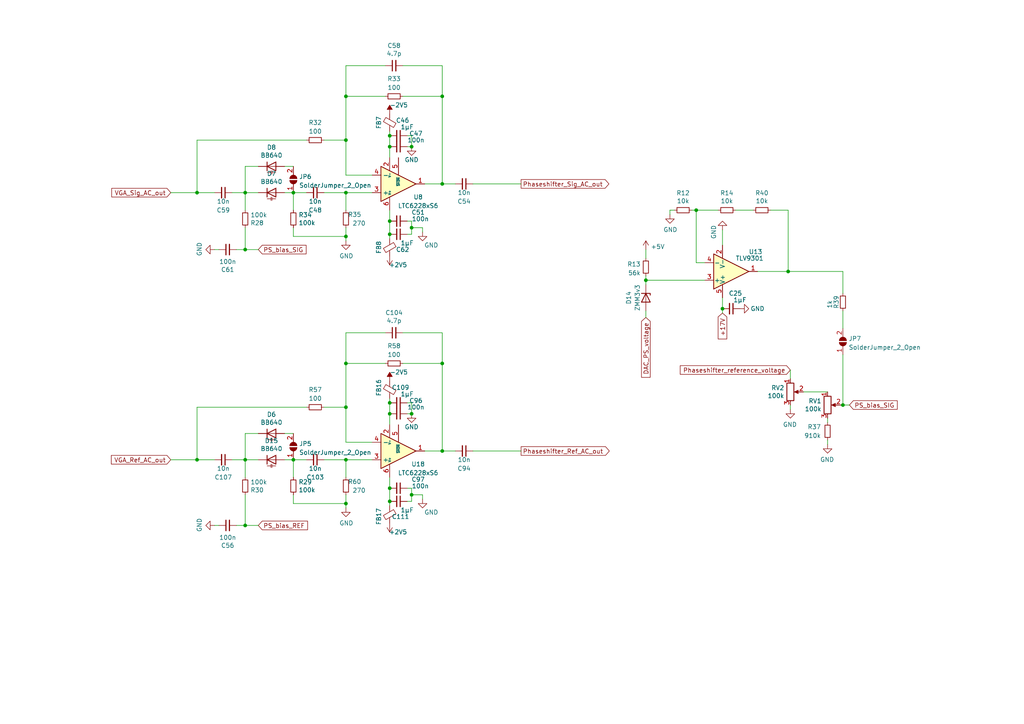
<source format=kicad_sch>
(kicad_sch (version 20211123) (generator eeschema)

  (uuid d2e6a467-df2f-4e89-a5c1-c599594030e7)

  (paper "A4")

  (lib_symbols
    (symbol "Amplifier_Operational:LMH6609MF" (pin_names (offset 0.127)) (in_bom yes) (on_board yes)
      (property "Reference" "U" (id 0) (at -1.27 6.35 0)
        (effects (font (size 1.27 1.27)) (justify left))
      )
      (property "Value" "LMH6609MF" (id 1) (at -1.27 3.81 0)
        (effects (font (size 1.27 1.27)) (justify left))
      )
      (property "Footprint" "Package_TO_SOT_SMD:SOT-23-5" (id 2) (at -2.54 -5.08 0)
        (effects (font (size 1.27 1.27)) (justify left) hide)
      )
      (property "Datasheet" "http://www.ti.com/lit/ds/symlink/lmh6609.pdf" (id 3) (at 0 5.08 0)
        (effects (font (size 1.27 1.27)) hide)
      )
      (property "ki_keywords" "opamp single wideband unity-gain stable" (id 4) (at 0 0 0)
        (effects (font (size 1.27 1.27)) hide)
      )
      (property "ki_description" "900MHz Voltage Feedback Op Amp, SOT-23-5" (id 5) (at 0 0 0)
        (effects (font (size 1.27 1.27)) hide)
      )
      (property "ki_fp_filters" "SOT?23*" (id 6) (at 0 0 0)
        (effects (font (size 1.27 1.27)) hide)
      )
      (symbol "LMH6609MF_0_1"
        (polyline
          (pts
            (xy -5.08 5.08)
            (xy 5.08 0)
            (xy -5.08 -5.08)
            (xy -5.08 5.08)
          )
          (stroke (width 0.254) (type default) (color 0 0 0 0))
          (fill (type background))
        )
        (pin power_in line (at -2.54 -7.62 90) (length 3.81)
          (name "V-" (effects (font (size 1.27 1.27))))
          (number "2" (effects (font (size 1.27 1.27))))
        )
        (pin power_in line (at -2.54 7.62 270) (length 3.81)
          (name "V+" (effects (font (size 1.27 1.27))))
          (number "5" (effects (font (size 1.27 1.27))))
        )
      )
      (symbol "LMH6609MF_1_1"
        (pin output line (at 7.62 0 180) (length 2.54)
          (name "~" (effects (font (size 1.27 1.27))))
          (number "1" (effects (font (size 1.27 1.27))))
        )
        (pin input line (at -7.62 2.54 0) (length 2.54)
          (name "+" (effects (font (size 1.27 1.27))))
          (number "3" (effects (font (size 1.27 1.27))))
        )
        (pin input line (at -7.62 -2.54 0) (length 2.54)
          (name "-" (effects (font (size 1.27 1.27))))
          (number "4" (effects (font (size 1.27 1.27))))
        )
      )
    )
    (symbol "Amplifier_Operational:LTC6228xS6" (in_bom yes) (on_board yes)
      (property "Reference" "U" (id 0) (at 0 6.35 0)
        (effects (font (size 1.27 1.27)) (justify left))
      )
      (property "Value" "LTC6228xS6" (id 1) (at 0 3.81 0)
        (effects (font (size 1.27 1.27)) (justify left))
      )
      (property "Footprint" "Package_TO_SOT_SMD:TSOT-23-6" (id 2) (at 0 -15.24 0)
        (effects (font (size 1.27 1.27)) hide)
      )
      (property "Datasheet" "https://www.analog.com/media/en/technical-documentation/data-sheets/LTC6228-6229.pdf" (id 3) (at 0 0 0)
        (effects (font (size 1.27 1.27)) hide)
      )
      (property "ki_keywords" "single opamp" (id 4) (at 0 0 0)
        (effects (font (size 1.27 1.27)) hide)
      )
      (property "ki_description" "Low Distortion Rail-to-Rail Output Op Amp with Shutdown, TSOT-23-6" (id 5) (at 0 0 0)
        (effects (font (size 1.27 1.27)) hide)
      )
      (property "ki_fp_filters" "TSOT?23*" (id 6) (at 0 0 0)
        (effects (font (size 1.27 1.27)) hide)
      )
      (symbol "LTC6228xS6_0_1"
        (polyline
          (pts
            (xy 5.08 0)
            (xy -5.08 5.08)
            (xy -5.08 -5.08)
            (xy 5.08 0)
          )
          (stroke (width 0.254) (type default) (color 0 0 0 0))
          (fill (type background))
        )
      )
      (symbol "LTC6228xS6_1_1"
        (pin output line (at 7.62 0 180) (length 2.54)
          (name "~" (effects (font (size 1.27 1.27))))
          (number "1" (effects (font (size 1.27 1.27))))
        )
        (pin power_in line (at -2.54 -7.62 90) (length 3.81)
          (name "V-" (effects (font (size 0.635 0.635))))
          (number "2" (effects (font (size 1.27 1.27))))
        )
        (pin input line (at -7.62 2.54 0) (length 2.54)
          (name "+" (effects (font (size 1.27 1.27))))
          (number "3" (effects (font (size 1.27 1.27))))
        )
        (pin input line (at -7.62 -2.54 0) (length 2.54)
          (name "-" (effects (font (size 1.27 1.27))))
          (number "4" (effects (font (size 1.27 1.27))))
        )
        (pin input line (at 0 -7.62 90) (length 5.08)
          (name "~{SHDN}" (effects (font (size 0.635 0.635))))
          (number "5" (effects (font (size 1.27 1.27))))
        )
        (pin power_in line (at -2.54 7.62 270) (length 3.81)
          (name "V+" (effects (font (size 0.635 0.635))))
          (number "6" (effects (font (size 1.27 1.27))))
        )
      )
    )
    (symbol "Device:C_Small" (pin_numbers hide) (pin_names (offset 0.254) hide) (in_bom yes) (on_board yes)
      (property "Reference" "C" (id 0) (at 0.254 1.778 0)
        (effects (font (size 1.27 1.27)) (justify left))
      )
      (property "Value" "C_Small" (id 1) (at 0.254 -2.032 0)
        (effects (font (size 1.27 1.27)) (justify left))
      )
      (property "Footprint" "" (id 2) (at 0 0 0)
        (effects (font (size 1.27 1.27)) hide)
      )
      (property "Datasheet" "~" (id 3) (at 0 0 0)
        (effects (font (size 1.27 1.27)) hide)
      )
      (property "ki_keywords" "capacitor cap" (id 4) (at 0 0 0)
        (effects (font (size 1.27 1.27)) hide)
      )
      (property "ki_description" "Unpolarized capacitor, small symbol" (id 5) (at 0 0 0)
        (effects (font (size 1.27 1.27)) hide)
      )
      (property "ki_fp_filters" "C_*" (id 6) (at 0 0 0)
        (effects (font (size 1.27 1.27)) hide)
      )
      (symbol "C_Small_0_1"
        (polyline
          (pts
            (xy -1.524 -0.508)
            (xy 1.524 -0.508)
          )
          (stroke (width 0.3302) (type default) (color 0 0 0 0))
          (fill (type none))
        )
        (polyline
          (pts
            (xy -1.524 0.508)
            (xy 1.524 0.508)
          )
          (stroke (width 0.3048) (type default) (color 0 0 0 0))
          (fill (type none))
        )
      )
      (symbol "C_Small_1_1"
        (pin passive line (at 0 2.54 270) (length 2.032)
          (name "~" (effects (font (size 1.27 1.27))))
          (number "1" (effects (font (size 1.27 1.27))))
        )
        (pin passive line (at 0 -2.54 90) (length 2.032)
          (name "~" (effects (font (size 1.27 1.27))))
          (number "2" (effects (font (size 1.27 1.27))))
        )
      )
    )
    (symbol "Device:D_Capacitance" (pin_numbers hide) (pin_names (offset 1.016) hide) (in_bom yes) (on_board yes)
      (property "Reference" "D" (id 0) (at 0 2.54 0)
        (effects (font (size 1.27 1.27)))
      )
      (property "Value" "D_Capacitance" (id 1) (at 0 -3.302 0)
        (effects (font (size 1.27 1.27)))
      )
      (property "Footprint" "" (id 2) (at 0 0 0)
        (effects (font (size 1.27 1.27)) hide)
      )
      (property "Datasheet" "~" (id 3) (at 0 0 0)
        (effects (font (size 1.27 1.27)) hide)
      )
      (property "ki_keywords" "capacitance diode varicap varactor" (id 4) (at 0 0 0)
        (effects (font (size 1.27 1.27)) hide)
      )
      (property "ki_description" "Variable capacitance diode" (id 5) (at 0 0 0)
        (effects (font (size 1.27 1.27)) hide)
      )
      (property "ki_fp_filters" "TO-???* *_Diode_* *SingleDiode* D_*" (id 6) (at 0 0 0)
        (effects (font (size 1.27 1.27)) hide)
      )
      (symbol "D_Capacitance_0_1"
        (polyline
          (pts
            (xy -1.27 -1.778)
            (xy -0.1524 -1.778)
          )
          (stroke (width 0) (type default) (color 0 0 0 0))
          (fill (type none))
        )
        (polyline
          (pts
            (xy -1.27 0)
            (xy 1.27 0)
          )
          (stroke (width 0) (type default) (color 0 0 0 0))
          (fill (type none))
        )
        (polyline
          (pts
            (xy -1.27 1.27)
            (xy -1.27 -1.27)
          )
          (stroke (width 0.254) (type default) (color 0 0 0 0))
          (fill (type none))
        )
        (polyline
          (pts
            (xy -0.1524 -1.27)
            (xy -0.1524 -2.286)
          )
          (stroke (width 0) (type default) (color 0 0 0 0))
          (fill (type none))
        )
        (polyline
          (pts
            (xy 0.1524 -1.778)
            (xy 1.27 -1.778)
          )
          (stroke (width 0) (type default) (color 0 0 0 0))
          (fill (type none))
        )
        (polyline
          (pts
            (xy 0.1524 -1.27)
            (xy 0.1524 -2.286)
          )
          (stroke (width 0) (type default) (color 0 0 0 0))
          (fill (type none))
        )
        (polyline
          (pts
            (xy 1.27 1.27)
            (xy 1.27 -1.27)
            (xy -1.27 0)
            (xy 1.27 1.27)
          )
          (stroke (width 0.254) (type default) (color 0 0 0 0))
          (fill (type none))
        )
      )
      (symbol "D_Capacitance_1_1"
        (pin passive line (at -3.81 0 0) (length 2.54)
          (name "K" (effects (font (size 1.27 1.27))))
          (number "1" (effects (font (size 1.27 1.27))))
        )
        (pin passive line (at 3.81 0 180) (length 2.54)
          (name "A" (effects (font (size 1.27 1.27))))
          (number "2" (effects (font (size 1.27 1.27))))
        )
      )
    )
    (symbol "Device:FerriteBead_Small" (pin_numbers hide) (pin_names (offset 0)) (in_bom yes) (on_board yes)
      (property "Reference" "FB" (id 0) (at 1.905 1.27 0)
        (effects (font (size 1.27 1.27)) (justify left))
      )
      (property "Value" "FerriteBead_Small" (id 1) (at 1.905 -1.27 0)
        (effects (font (size 1.27 1.27)) (justify left))
      )
      (property "Footprint" "" (id 2) (at -1.778 0 90)
        (effects (font (size 1.27 1.27)) hide)
      )
      (property "Datasheet" "~" (id 3) (at 0 0 0)
        (effects (font (size 1.27 1.27)) hide)
      )
      (property "ki_keywords" "L ferrite bead inductor filter" (id 4) (at 0 0 0)
        (effects (font (size 1.27 1.27)) hide)
      )
      (property "ki_description" "Ferrite bead, small symbol" (id 5) (at 0 0 0)
        (effects (font (size 1.27 1.27)) hide)
      )
      (property "ki_fp_filters" "Inductor_* L_* *Ferrite*" (id 6) (at 0 0 0)
        (effects (font (size 1.27 1.27)) hide)
      )
      (symbol "FerriteBead_Small_0_1"
        (polyline
          (pts
            (xy 0 -1.27)
            (xy 0 -0.7874)
          )
          (stroke (width 0) (type default) (color 0 0 0 0))
          (fill (type none))
        )
        (polyline
          (pts
            (xy 0 0.889)
            (xy 0 1.2954)
          )
          (stroke (width 0) (type default) (color 0 0 0 0))
          (fill (type none))
        )
        (polyline
          (pts
            (xy -1.8288 0.2794)
            (xy -1.1176 1.4986)
            (xy 1.8288 -0.2032)
            (xy 1.1176 -1.4224)
            (xy -1.8288 0.2794)
          )
          (stroke (width 0) (type default) (color 0 0 0 0))
          (fill (type none))
        )
      )
      (symbol "FerriteBead_Small_1_1"
        (pin passive line (at 0 2.54 270) (length 1.27)
          (name "~" (effects (font (size 1.27 1.27))))
          (number "1" (effects (font (size 1.27 1.27))))
        )
        (pin passive line (at 0 -2.54 90) (length 1.27)
          (name "~" (effects (font (size 1.27 1.27))))
          (number "2" (effects (font (size 1.27 1.27))))
        )
      )
    )
    (symbol "Device:R_Potentiometer" (pin_names (offset 1.016) hide) (in_bom yes) (on_board yes)
      (property "Reference" "RV" (id 0) (at -4.445 0 90)
        (effects (font (size 1.27 1.27)))
      )
      (property "Value" "R_Potentiometer" (id 1) (at -2.54 0 90)
        (effects (font (size 1.27 1.27)))
      )
      (property "Footprint" "" (id 2) (at 0 0 0)
        (effects (font (size 1.27 1.27)) hide)
      )
      (property "Datasheet" "~" (id 3) (at 0 0 0)
        (effects (font (size 1.27 1.27)) hide)
      )
      (property "ki_keywords" "resistor variable" (id 4) (at 0 0 0)
        (effects (font (size 1.27 1.27)) hide)
      )
      (property "ki_description" "Potentiometer" (id 5) (at 0 0 0)
        (effects (font (size 1.27 1.27)) hide)
      )
      (property "ki_fp_filters" "Potentiometer*" (id 6) (at 0 0 0)
        (effects (font (size 1.27 1.27)) hide)
      )
      (symbol "R_Potentiometer_0_1"
        (polyline
          (pts
            (xy 2.54 0)
            (xy 1.524 0)
          )
          (stroke (width 0) (type default) (color 0 0 0 0))
          (fill (type none))
        )
        (polyline
          (pts
            (xy 1.143 0)
            (xy 2.286 0.508)
            (xy 2.286 -0.508)
            (xy 1.143 0)
          )
          (stroke (width 0) (type default) (color 0 0 0 0))
          (fill (type outline))
        )
        (rectangle (start 1.016 2.54) (end -1.016 -2.54)
          (stroke (width 0.254) (type default) (color 0 0 0 0))
          (fill (type none))
        )
      )
      (symbol "R_Potentiometer_1_1"
        (pin passive line (at 0 3.81 270) (length 1.27)
          (name "1" (effects (font (size 1.27 1.27))))
          (number "1" (effects (font (size 1.27 1.27))))
        )
        (pin passive line (at 3.81 0 180) (length 1.27)
          (name "2" (effects (font (size 1.27 1.27))))
          (number "2" (effects (font (size 1.27 1.27))))
        )
        (pin passive line (at 0 -3.81 90) (length 1.27)
          (name "3" (effects (font (size 1.27 1.27))))
          (number "3" (effects (font (size 1.27 1.27))))
        )
      )
    )
    (symbol "Device:R_Small" (pin_numbers hide) (pin_names (offset 0.254) hide) (in_bom yes) (on_board yes)
      (property "Reference" "R" (id 0) (at 0.762 0.508 0)
        (effects (font (size 1.27 1.27)) (justify left))
      )
      (property "Value" "R_Small" (id 1) (at 0.762 -1.016 0)
        (effects (font (size 1.27 1.27)) (justify left))
      )
      (property "Footprint" "" (id 2) (at 0 0 0)
        (effects (font (size 1.27 1.27)) hide)
      )
      (property "Datasheet" "~" (id 3) (at 0 0 0)
        (effects (font (size 1.27 1.27)) hide)
      )
      (property "ki_keywords" "R resistor" (id 4) (at 0 0 0)
        (effects (font (size 1.27 1.27)) hide)
      )
      (property "ki_description" "Resistor, small symbol" (id 5) (at 0 0 0)
        (effects (font (size 1.27 1.27)) hide)
      )
      (property "ki_fp_filters" "R_*" (id 6) (at 0 0 0)
        (effects (font (size 1.27 1.27)) hide)
      )
      (symbol "R_Small_0_1"
        (rectangle (start -0.762 1.778) (end 0.762 -1.778)
          (stroke (width 0.2032) (type default) (color 0 0 0 0))
          (fill (type none))
        )
      )
      (symbol "R_Small_1_1"
        (pin passive line (at 0 2.54 270) (length 0.762)
          (name "~" (effects (font (size 1.27 1.27))))
          (number "1" (effects (font (size 1.27 1.27))))
        )
        (pin passive line (at 0 -2.54 90) (length 0.762)
          (name "~" (effects (font (size 1.27 1.27))))
          (number "2" (effects (font (size 1.27 1.27))))
        )
      )
    )
    (symbol "Diode:ZMMxx" (pin_numbers hide) (pin_names hide) (in_bom yes) (on_board yes)
      (property "Reference" "D" (id 0) (at 0 2.54 0)
        (effects (font (size 1.27 1.27)))
      )
      (property "Value" "ZMMxx" (id 1) (at 0 -2.54 0)
        (effects (font (size 1.27 1.27)))
      )
      (property "Footprint" "Diode_SMD:D_MiniMELF" (id 2) (at 0 -4.445 0)
        (effects (font (size 1.27 1.27)) hide)
      )
      (property "Datasheet" "https://diotec.com/tl_files/diotec/files/pdf/datasheets/zmm1.pdf" (id 3) (at 0 0 0)
        (effects (font (size 1.27 1.27)) hide)
      )
      (property "ki_keywords" "zener diode" (id 4) (at 0 0 0)
        (effects (font (size 1.27 1.27)) hide)
      )
      (property "ki_description" "500mW Zener Diode, MiniMELF" (id 5) (at 0 0 0)
        (effects (font (size 1.27 1.27)) hide)
      )
      (property "ki_fp_filters" "D*MiniMELF*" (id 6) (at 0 0 0)
        (effects (font (size 1.27 1.27)) hide)
      )
      (symbol "ZMMxx_0_1"
        (polyline
          (pts
            (xy 1.27 0)
            (xy -1.27 0)
          )
          (stroke (width 0) (type default) (color 0 0 0 0))
          (fill (type none))
        )
        (polyline
          (pts
            (xy -1.27 -1.27)
            (xy -1.27 1.27)
            (xy -0.762 1.27)
          )
          (stroke (width 0.254) (type default) (color 0 0 0 0))
          (fill (type none))
        )
        (polyline
          (pts
            (xy 1.27 -1.27)
            (xy 1.27 1.27)
            (xy -1.27 0)
            (xy 1.27 -1.27)
          )
          (stroke (width 0.254) (type default) (color 0 0 0 0))
          (fill (type none))
        )
      )
      (symbol "ZMMxx_1_1"
        (pin passive line (at -3.81 0 0) (length 2.54)
          (name "K" (effects (font (size 1.27 1.27))))
          (number "1" (effects (font (size 1.27 1.27))))
        )
        (pin passive line (at 3.81 0 180) (length 2.54)
          (name "A" (effects (font (size 1.27 1.27))))
          (number "2" (effects (font (size 1.27 1.27))))
        )
      )
    )
    (symbol "Jumper:SolderJumper_2_Open" (pin_names (offset 0) hide) (in_bom yes) (on_board yes)
      (property "Reference" "JP" (id 0) (at 0 2.032 0)
        (effects (font (size 1.27 1.27)))
      )
      (property "Value" "SolderJumper_2_Open" (id 1) (at 0 -2.54 0)
        (effects (font (size 1.27 1.27)))
      )
      (property "Footprint" "" (id 2) (at 0 0 0)
        (effects (font (size 1.27 1.27)) hide)
      )
      (property "Datasheet" "~" (id 3) (at 0 0 0)
        (effects (font (size 1.27 1.27)) hide)
      )
      (property "ki_keywords" "solder jumper SPST" (id 4) (at 0 0 0)
        (effects (font (size 1.27 1.27)) hide)
      )
      (property "ki_description" "Solder Jumper, 2-pole, open" (id 5) (at 0 0 0)
        (effects (font (size 1.27 1.27)) hide)
      )
      (property "ki_fp_filters" "SolderJumper*Open*" (id 6) (at 0 0 0)
        (effects (font (size 1.27 1.27)) hide)
      )
      (symbol "SolderJumper_2_Open_0_1"
        (arc (start -0.254 1.016) (mid -1.27 0) (end -0.254 -1.016)
          (stroke (width 0) (type default) (color 0 0 0 0))
          (fill (type none))
        )
        (arc (start -0.254 1.016) (mid -1.27 0) (end -0.254 -1.016)
          (stroke (width 0) (type default) (color 0 0 0 0))
          (fill (type outline))
        )
        (polyline
          (pts
            (xy -0.254 1.016)
            (xy -0.254 -1.016)
          )
          (stroke (width 0) (type default) (color 0 0 0 0))
          (fill (type none))
        )
        (polyline
          (pts
            (xy 0.254 1.016)
            (xy 0.254 -1.016)
          )
          (stroke (width 0) (type default) (color 0 0 0 0))
          (fill (type none))
        )
        (arc (start 0.254 -1.016) (mid 1.27 0) (end 0.254 1.016)
          (stroke (width 0) (type default) (color 0 0 0 0))
          (fill (type none))
        )
        (arc (start 0.254 -1.016) (mid 1.27 0) (end 0.254 1.016)
          (stroke (width 0) (type default) (color 0 0 0 0))
          (fill (type outline))
        )
      )
      (symbol "SolderJumper_2_Open_1_1"
        (pin passive line (at -3.81 0 0) (length 2.54)
          (name "A" (effects (font (size 1.27 1.27))))
          (number "1" (effects (font (size 1.27 1.27))))
        )
        (pin passive line (at 3.81 0 180) (length 2.54)
          (name "B" (effects (font (size 1.27 1.27))))
          (number "2" (effects (font (size 1.27 1.27))))
        )
      )
    )
    (symbol "power:+2V5" (power) (pin_names (offset 0)) (in_bom yes) (on_board yes)
      (property "Reference" "#PWR" (id 0) (at 0 -3.81 0)
        (effects (font (size 1.27 1.27)) hide)
      )
      (property "Value" "+2V5" (id 1) (at 0 3.556 0)
        (effects (font (size 1.27 1.27)))
      )
      (property "Footprint" "" (id 2) (at 0 0 0)
        (effects (font (size 1.27 1.27)) hide)
      )
      (property "Datasheet" "" (id 3) (at 0 0 0)
        (effects (font (size 1.27 1.27)) hide)
      )
      (property "ki_keywords" "power-flag" (id 4) (at 0 0 0)
        (effects (font (size 1.27 1.27)) hide)
      )
      (property "ki_description" "Power symbol creates a global label with name \"+2V5\"" (id 5) (at 0 0 0)
        (effects (font (size 1.27 1.27)) hide)
      )
      (symbol "+2V5_0_1"
        (polyline
          (pts
            (xy -0.762 1.27)
            (xy 0 2.54)
          )
          (stroke (width 0) (type default) (color 0 0 0 0))
          (fill (type none))
        )
        (polyline
          (pts
            (xy 0 0)
            (xy 0 2.54)
          )
          (stroke (width 0) (type default) (color 0 0 0 0))
          (fill (type none))
        )
        (polyline
          (pts
            (xy 0 2.54)
            (xy 0.762 1.27)
          )
          (stroke (width 0) (type default) (color 0 0 0 0))
          (fill (type none))
        )
      )
      (symbol "+2V5_1_1"
        (pin power_in line (at 0 0 90) (length 0) hide
          (name "+2V5" (effects (font (size 1.27 1.27))))
          (number "1" (effects (font (size 1.27 1.27))))
        )
      )
    )
    (symbol "power:+5V" (power) (pin_names (offset 0)) (in_bom yes) (on_board yes)
      (property "Reference" "#PWR" (id 0) (at 0 -3.81 0)
        (effects (font (size 1.27 1.27)) hide)
      )
      (property "Value" "+5V" (id 1) (at 0 3.556 0)
        (effects (font (size 1.27 1.27)))
      )
      (property "Footprint" "" (id 2) (at 0 0 0)
        (effects (font (size 1.27 1.27)) hide)
      )
      (property "Datasheet" "" (id 3) (at 0 0 0)
        (effects (font (size 1.27 1.27)) hide)
      )
      (property "ki_keywords" "power-flag" (id 4) (at 0 0 0)
        (effects (font (size 1.27 1.27)) hide)
      )
      (property "ki_description" "Power symbol creates a global label with name \"+5V\"" (id 5) (at 0 0 0)
        (effects (font (size 1.27 1.27)) hide)
      )
      (symbol "+5V_0_1"
        (polyline
          (pts
            (xy -0.762 1.27)
            (xy 0 2.54)
          )
          (stroke (width 0) (type default) (color 0 0 0 0))
          (fill (type none))
        )
        (polyline
          (pts
            (xy 0 0)
            (xy 0 2.54)
          )
          (stroke (width 0) (type default) (color 0 0 0 0))
          (fill (type none))
        )
        (polyline
          (pts
            (xy 0 2.54)
            (xy 0.762 1.27)
          )
          (stroke (width 0) (type default) (color 0 0 0 0))
          (fill (type none))
        )
      )
      (symbol "+5V_1_1"
        (pin power_in line (at 0 0 90) (length 0) hide
          (name "+5V" (effects (font (size 1.27 1.27))))
          (number "1" (effects (font (size 1.27 1.27))))
        )
      )
    )
    (symbol "power:-2V5" (power) (pin_names (offset 0)) (in_bom yes) (on_board yes)
      (property "Reference" "#PWR" (id 0) (at 0 2.54 0)
        (effects (font (size 1.27 1.27)) hide)
      )
      (property "Value" "-2V5" (id 1) (at 0 3.81 0)
        (effects (font (size 1.27 1.27)))
      )
      (property "Footprint" "" (id 2) (at 0 0 0)
        (effects (font (size 1.27 1.27)) hide)
      )
      (property "Datasheet" "" (id 3) (at 0 0 0)
        (effects (font (size 1.27 1.27)) hide)
      )
      (property "ki_keywords" "power-flag" (id 4) (at 0 0 0)
        (effects (font (size 1.27 1.27)) hide)
      )
      (property "ki_description" "Power symbol creates a global label with name \"-2V5\"" (id 5) (at 0 0 0)
        (effects (font (size 1.27 1.27)) hide)
      )
      (symbol "-2V5_0_0"
        (pin power_in line (at 0 0 90) (length 0) hide
          (name "-2V5" (effects (font (size 1.27 1.27))))
          (number "1" (effects (font (size 1.27 1.27))))
        )
      )
      (symbol "-2V5_0_1"
        (polyline
          (pts
            (xy 0 0)
            (xy 0 1.27)
            (xy 0.762 1.27)
            (xy 0 2.54)
            (xy -0.762 1.27)
            (xy 0 1.27)
          )
          (stroke (width 0) (type default) (color 0 0 0 0))
          (fill (type outline))
        )
      )
    )
    (symbol "power:GND" (power) (pin_names (offset 0)) (in_bom yes) (on_board yes)
      (property "Reference" "#PWR" (id 0) (at 0 -6.35 0)
        (effects (font (size 1.27 1.27)) hide)
      )
      (property "Value" "GND" (id 1) (at 0 -3.81 0)
        (effects (font (size 1.27 1.27)))
      )
      (property "Footprint" "" (id 2) (at 0 0 0)
        (effects (font (size 1.27 1.27)) hide)
      )
      (property "Datasheet" "" (id 3) (at 0 0 0)
        (effects (font (size 1.27 1.27)) hide)
      )
      (property "ki_keywords" "power-flag" (id 4) (at 0 0 0)
        (effects (font (size 1.27 1.27)) hide)
      )
      (property "ki_description" "Power symbol creates a global label with name \"GND\" , ground" (id 5) (at 0 0 0)
        (effects (font (size 1.27 1.27)) hide)
      )
      (symbol "GND_0_1"
        (polyline
          (pts
            (xy 0 0)
            (xy 0 -1.27)
            (xy 1.27 -1.27)
            (xy 0 -2.54)
            (xy -1.27 -1.27)
            (xy 0 -1.27)
          )
          (stroke (width 0) (type default) (color 0 0 0 0))
          (fill (type none))
        )
      )
      (symbol "GND_1_1"
        (pin power_in line (at 0 0 270) (length 0) hide
          (name "GND" (effects (font (size 1.27 1.27))))
          (number "1" (effects (font (size 1.27 1.27))))
        )
      )
    )
  )

  (junction (at 113.03 116.84) (diameter 0) (color 0 0 0 0)
    (uuid 0d1285be-62e3-4dc4-bc7d-20e8a5c98407)
  )
  (junction (at 57.15 133.35) (diameter 0) (color 0 0 0 0)
    (uuid 137d5110-fdf3-4e7d-a996-21babdb47d93)
  )
  (junction (at 119.38 143.51) (diameter 0) (color 0 0 0 0)
    (uuid 15185297-5e92-43a5-8fca-6f7b58e3ac2c)
  )
  (junction (at 113.03 120.015) (diameter 0) (color 0 0 0 0)
    (uuid 1840b72d-3c31-44be-a625-90a768c62f5a)
  )
  (junction (at 228.6 78.74) (diameter 0) (color 0 0 0 0)
    (uuid 1a2dad47-e269-49cf-83bc-512af6d0fedf)
  )
  (junction (at 71.12 152.4) (diameter 0) (color 0 0 0 0)
    (uuid 1d225dc2-5280-42d8-8e77-6a14174a7ac6)
  )
  (junction (at 128.27 53.34) (diameter 0) (color 0 0 0 0)
    (uuid 23d8cdfd-9341-4d69-a187-6edb0e6d2395)
  )
  (junction (at 128.27 130.81) (diameter 0) (color 0 0 0 0)
    (uuid 2db62d79-fe9d-4a99-8613-196fc3416f01)
  )
  (junction (at 100.33 118.11) (diameter 0) (color 0 0 0 0)
    (uuid 355f1955-9b5a-409f-b810-9ba2bd26d8b4)
  )
  (junction (at 85.09 55.88) (diameter 0) (color 0 0 0 0)
    (uuid 3cdbcf2e-dc57-4bfe-bdc4-e8b195ca23de)
  )
  (junction (at 100.33 146.05) (diameter 0) (color 0 0 0 0)
    (uuid 42a3b329-6794-4a92-b3a6-33c499795e5b)
  )
  (junction (at 113.03 67.945) (diameter 0) (color 0 0 0 0)
    (uuid 45b7f5aa-f158-4705-8969-3df94534c77c)
  )
  (junction (at 128.27 105.41) (diameter 0) (color 0 0 0 0)
    (uuid 6250d259-9c73-4f20-aad4-c567bb20a6e4)
  )
  (junction (at 85.09 133.35) (diameter 0) (color 0 0 0 0)
    (uuid 6898fed6-7459-4344-a091-e4b8736e1332)
  )
  (junction (at 113.03 141.605) (diameter 0) (color 0 0 0 0)
    (uuid 721af77e-5623-41fd-aed8-47fefd044912)
  )
  (junction (at 244.475 117.475) (diameter 0) (color 0 0 0 0)
    (uuid 7428f6c8-2e13-46dc-a7c6-c23d9fa2e1ce)
  )
  (junction (at 100.33 68.58) (diameter 0) (color 0 0 0 0)
    (uuid 784e6613-910a-424c-bb87-622bc45a1eba)
  )
  (junction (at 57.15 55.88) (diameter 0) (color 0 0 0 0)
    (uuid 7f813e25-b975-4c3b-a7a8-c978c0003c2b)
  )
  (junction (at 100.33 133.35) (diameter 0) (color 0 0 0 0)
    (uuid 86ac1186-5664-4e5d-bf5f-d2c0c69ceffb)
  )
  (junction (at 119.38 42.545) (diameter 0) (color 0 0 0 0)
    (uuid 8bab6390-afeb-4994-9da4-758467cee5e8)
  )
  (junction (at 100.33 27.94) (diameter 0) (color 0 0 0 0)
    (uuid 8d728a57-4a81-44b9-b77d-25492b8793a7)
  )
  (junction (at 113.03 42.545) (diameter 0) (color 0 0 0 0)
    (uuid 9dd6370f-5d57-4540-a763-38bd41d55ddf)
  )
  (junction (at 187.325 81.28) (diameter 0) (color 0 0 0 0)
    (uuid 9fd8d227-d832-4059-be5f-a3f01f32f856)
  )
  (junction (at 113.03 145.415) (diameter 0) (color 0 0 0 0)
    (uuid b1d78823-b956-4656-ad32-5bd67ed0c2c9)
  )
  (junction (at 100.33 40.64) (diameter 0) (color 0 0 0 0)
    (uuid b41659d3-b84a-436f-a471-82eb3cc5cb1e)
  )
  (junction (at 71.12 55.88) (diameter 0) (color 0 0 0 0)
    (uuid b79b4bc1-5292-4f22-96da-053abaf32268)
  )
  (junction (at 71.12 133.35) (diameter 0) (color 0 0 0 0)
    (uuid bda8cab3-a5d5-4f8c-beef-e73c7e742bec)
  )
  (junction (at 201.93 60.96) (diameter 0) (color 0 0 0 0)
    (uuid c1272016-e64d-4ad6-bd14-c7b4fafa28bd)
  )
  (junction (at 209.55 89.535) (diameter 0) (color 0 0 0 0)
    (uuid c34f3eb5-c3b1-4640-af2b-71d168f6fca8)
  )
  (junction (at 119.38 120.015) (diameter 0) (color 0 0 0 0)
    (uuid ce2b3126-0291-4608-adbf-1b9cb7aeacf6)
  )
  (junction (at 100.33 105.41) (diameter 0) (color 0 0 0 0)
    (uuid ce6cf9e4-bc72-4bdd-9444-47815dcf577e)
  )
  (junction (at 71.12 72.39) (diameter 0) (color 0 0 0 0)
    (uuid e72ab409-8e0d-4178-9160-c0ccc24e6905)
  )
  (junction (at 119.38 66.04) (diameter 0) (color 0 0 0 0)
    (uuid eff0400a-b34d-4698-9a5e-fd6dcaba6ae6)
  )
  (junction (at 128.27 27.94) (diameter 0) (color 0 0 0 0)
    (uuid effbb9b7-5978-48cd-b1f7-87a591074c39)
  )
  (junction (at 113.03 64.135) (diameter 0) (color 0 0 0 0)
    (uuid f1fb5567-91c3-4684-8414-f4f90b4c9046)
  )
  (junction (at 113.03 39.37) (diameter 0) (color 0 0 0 0)
    (uuid f2b2da84-2540-473a-9bb4-c40004d6f542)
  )
  (junction (at 100.33 55.88) (diameter 0) (color 0 0 0 0)
    (uuid f5c92979-38f7-49b6-8871-778fd0e3a26f)
  )

  (wire (pts (xy 74.93 125.73) (xy 71.12 125.73))
    (stroke (width 0) (type default) (color 0 0 0 0))
    (uuid 00b02e0a-9946-49b8-b24d-adc818eea644)
  )
  (wire (pts (xy 137.16 53.34) (xy 151.13 53.34))
    (stroke (width 0) (type default) (color 0 0 0 0))
    (uuid 00f07a35-577d-40c1-85f9-6045fff37eff)
  )
  (wire (pts (xy 82.55 55.88) (xy 85.09 55.88))
    (stroke (width 0) (type default) (color 0 0 0 0))
    (uuid 0709c489-1339-4953-ae6c-b878017fcb2b)
  )
  (wire (pts (xy 118.11 120.015) (xy 119.38 120.015))
    (stroke (width 0) (type default) (color 0 0 0 0))
    (uuid 095c1c95-a839-499e-9fff-469c93640536)
  )
  (wire (pts (xy 128.27 130.81) (xy 132.08 130.81))
    (stroke (width 0) (type default) (color 0 0 0 0))
    (uuid 0b1748cf-ff63-4587-b914-6f04d4cc4282)
  )
  (wire (pts (xy 71.12 143.51) (xy 71.12 152.4))
    (stroke (width 0) (type default) (color 0 0 0 0))
    (uuid 1076fecd-6255-4f59-b01d-afeb28d6617d)
  )
  (wire (pts (xy 244.475 78.74) (xy 244.475 85.09))
    (stroke (width 0) (type default) (color 0 0 0 0))
    (uuid 129cbe61-b793-4129-97ea-68b1e04a0115)
  )
  (wire (pts (xy 118.11 141.605) (xy 119.38 141.605))
    (stroke (width 0) (type default) (color 0 0 0 0))
    (uuid 13d5b6e7-1e14-4c04-8fad-8eed6dc0a46f)
  )
  (wire (pts (xy 100.33 118.11) (xy 93.98 118.11))
    (stroke (width 0) (type default) (color 0 0 0 0))
    (uuid 1555bf67-d23b-4c54-856f-8cf650e4481e)
  )
  (wire (pts (xy 100.33 60.96) (xy 100.33 55.88))
    (stroke (width 0) (type default) (color 0 0 0 0))
    (uuid 15a06669-0073-41d0-b34c-9350a4258eb4)
  )
  (wire (pts (xy 71.12 55.88) (xy 74.93 55.88))
    (stroke (width 0) (type default) (color 0 0 0 0))
    (uuid 194bcd96-263b-4aa9-a1e6-46c319af353b)
  )
  (wire (pts (xy 187.325 81.28) (xy 204.47 81.28))
    (stroke (width 0) (type default) (color 0 0 0 0))
    (uuid 19c8d0c2-90b4-4cd9-8b39-8328154fde71)
  )
  (wire (pts (xy 240.03 113.665) (xy 233.045 113.665))
    (stroke (width 0) (type default) (color 0 0 0 0))
    (uuid 1abd096f-fd04-4cff-a99e-ecd570135712)
  )
  (wire (pts (xy 244.475 117.475) (xy 243.84 117.475))
    (stroke (width 0) (type default) (color 0 0 0 0))
    (uuid 1b24ec4c-7d67-4392-b5f0-6f06536aa7b8)
  )
  (wire (pts (xy 116.84 96.52) (xy 128.27 96.52))
    (stroke (width 0) (type default) (color 0 0 0 0))
    (uuid 1c3aa9dd-2aa4-4a7d-9744-96647af16985)
  )
  (wire (pts (xy 209.55 66.675) (xy 209.55 71.12))
    (stroke (width 0) (type default) (color 0 0 0 0))
    (uuid 1d05ddf2-d489-4ac3-9618-a91bce8ae484)
  )
  (wire (pts (xy 62.23 152.4) (xy 63.5 152.4))
    (stroke (width 0) (type default) (color 0 0 0 0))
    (uuid 1eb94d34-d632-4fd3-96fe-3a1fafb12f09)
  )
  (wire (pts (xy 187.325 92.075) (xy 187.325 90.17))
    (stroke (width 0) (type default) (color 0 0 0 0))
    (uuid 1fc0ce88-2ea4-4646-b5ce-09280aaa70c5)
  )
  (wire (pts (xy 128.27 53.34) (xy 132.08 53.34))
    (stroke (width 0) (type default) (color 0 0 0 0))
    (uuid 204c1946-95ad-4407-a612-da5ee90a30d3)
  )
  (wire (pts (xy 201.93 60.96) (xy 201.93 76.2))
    (stroke (width 0) (type default) (color 0 0 0 0))
    (uuid 25767143-4b5c-41b2-a778-722f13946449)
  )
  (wire (pts (xy 57.15 118.11) (xy 57.15 133.35))
    (stroke (width 0) (type default) (color 0 0 0 0))
    (uuid 263f8e80-63db-47bb-9d81-f510c5238da7)
  )
  (wire (pts (xy 71.12 152.4) (xy 74.93 152.4))
    (stroke (width 0) (type default) (color 0 0 0 0))
    (uuid 27205480-faa3-42ff-8a3d-e23e0655cb4c)
  )
  (wire (pts (xy 113.03 115.57) (xy 113.03 116.84))
    (stroke (width 0) (type default) (color 0 0 0 0))
    (uuid 2dda3765-1349-4878-9ddb-44ef691c4a85)
  )
  (wire (pts (xy 118.11 42.545) (xy 119.38 42.545))
    (stroke (width 0) (type default) (color 0 0 0 0))
    (uuid 3045534c-6b97-4f53-ab09-e6b6cb888b2b)
  )
  (wire (pts (xy 119.38 66.04) (xy 119.38 64.135))
    (stroke (width 0) (type default) (color 0 0 0 0))
    (uuid 3146cd0e-e2f5-4120-ae94-157c91551b63)
  )
  (wire (pts (xy 82.55 133.35) (xy 85.09 133.35))
    (stroke (width 0) (type default) (color 0 0 0 0))
    (uuid 34c8e48c-df20-4761-b3de-cb194cc8b5a9)
  )
  (wire (pts (xy 229.235 107.315) (xy 229.235 109.855))
    (stroke (width 0) (type default) (color 0 0 0 0))
    (uuid 35ee7b1c-adb5-40cf-8a15-917b6b267c64)
  )
  (wire (pts (xy 100.33 96.52) (xy 111.76 96.52))
    (stroke (width 0) (type default) (color 0 0 0 0))
    (uuid 370f9ba2-0fc8-407b-ab9b-81c0bb7f2726)
  )
  (wire (pts (xy 100.33 40.64) (xy 93.98 40.64))
    (stroke (width 0) (type default) (color 0 0 0 0))
    (uuid 37463f21-b807-43a8-87df-b65d0efb076f)
  )
  (wire (pts (xy 100.33 128.27) (xy 107.95 128.27))
    (stroke (width 0) (type default) (color 0 0 0 0))
    (uuid 3d58e01a-ed27-44b7-9afe-d26aa69a1cc7)
  )
  (wire (pts (xy 113.03 64.135) (xy 113.03 67.945))
    (stroke (width 0) (type default) (color 0 0 0 0))
    (uuid 3e017212-a61e-4c41-81ea-fab85e074e14)
  )
  (wire (pts (xy 128.27 27.94) (xy 128.27 53.34))
    (stroke (width 0) (type default) (color 0 0 0 0))
    (uuid 4198cb3c-4fb5-40a5-bbf7-d359fb502d3f)
  )
  (wire (pts (xy 113.03 116.84) (xy 113.03 120.015))
    (stroke (width 0) (type default) (color 0 0 0 0))
    (uuid 46c7263d-0aec-4b92-948a-a50c1eb335d3)
  )
  (wire (pts (xy 85.09 146.05) (xy 100.33 146.05))
    (stroke (width 0) (type default) (color 0 0 0 0))
    (uuid 47683de5-61f0-4ee8-b7ab-3ad15501846a)
  )
  (wire (pts (xy 228.6 78.74) (xy 228.6 60.96))
    (stroke (width 0) (type default) (color 0 0 0 0))
    (uuid 48c2ea36-f764-4058-aa8d-85b14b412b13)
  )
  (wire (pts (xy 244.475 102.87) (xy 244.475 117.475))
    (stroke (width 0) (type default) (color 0 0 0 0))
    (uuid 4ce5f264-d4ab-4788-9759-656adb556d69)
  )
  (wire (pts (xy 100.33 105.41) (xy 111.76 105.41))
    (stroke (width 0) (type default) (color 0 0 0 0))
    (uuid 4e21c3da-75a8-4c76-ab94-27497c4c11e3)
  )
  (wire (pts (xy 194.31 62.23) (xy 194.31 60.96))
    (stroke (width 0) (type default) (color 0 0 0 0))
    (uuid 4e3029ba-89ab-423d-952b-f01a7165573d)
  )
  (wire (pts (xy 88.9 40.64) (xy 57.15 40.64))
    (stroke (width 0) (type default) (color 0 0 0 0))
    (uuid 50a063ff-1b03-42ff-a025-ecfa57997bc7)
  )
  (wire (pts (xy 209.55 86.36) (xy 209.55 89.535))
    (stroke (width 0) (type default) (color 0 0 0 0))
    (uuid 519e07f8-8216-4ec8-87af-15875004726a)
  )
  (wire (pts (xy 68.58 152.4) (xy 71.12 152.4))
    (stroke (width 0) (type default) (color 0 0 0 0))
    (uuid 523c15a1-d33a-4b2d-aa97-c739fbcaeb77)
  )
  (wire (pts (xy 113.03 67.945) (xy 113.03 69.215))
    (stroke (width 0) (type default) (color 0 0 0 0))
    (uuid 5325e94a-08fc-40c5-ac89-30d12be223db)
  )
  (wire (pts (xy 100.33 19.05) (xy 100.33 27.94))
    (stroke (width 0) (type default) (color 0 0 0 0))
    (uuid 55399910-8b4c-4925-bf1d-6a04e057aded)
  )
  (wire (pts (xy 113.03 60.96) (xy 113.03 64.135))
    (stroke (width 0) (type default) (color 0 0 0 0))
    (uuid 55ac19c1-5517-498d-b3a8-eec2652c9562)
  )
  (wire (pts (xy 244.475 90.17) (xy 244.475 95.25))
    (stroke (width 0) (type default) (color 0 0 0 0))
    (uuid 5917f128-01c9-4c1f-85fd-0ab9e738e214)
  )
  (wire (pts (xy 85.09 60.96) (xy 85.09 55.88))
    (stroke (width 0) (type default) (color 0 0 0 0))
    (uuid 5987ad67-77f1-49aa-abec-099d6184a39c)
  )
  (wire (pts (xy 71.12 133.35) (xy 74.93 133.35))
    (stroke (width 0) (type default) (color 0 0 0 0))
    (uuid 59e9eb83-6bfd-4a2e-aab5-14c1318b9ae9)
  )
  (wire (pts (xy 49.53 133.35) (xy 57.15 133.35))
    (stroke (width 0) (type default) (color 0 0 0 0))
    (uuid 618ea889-0050-4eb8-8e80-695219361906)
  )
  (wire (pts (xy 208.28 60.96) (xy 201.93 60.96))
    (stroke (width 0) (type default) (color 0 0 0 0))
    (uuid 653ea3e5-c181-41ea-9fc7-2f4718c474e0)
  )
  (wire (pts (xy 85.09 55.88) (xy 88.9 55.88))
    (stroke (width 0) (type default) (color 0 0 0 0))
    (uuid 680b3e96-c480-445f-a2bf-28a5c2056d8e)
  )
  (wire (pts (xy 229.235 117.475) (xy 229.235 118.745))
    (stroke (width 0) (type default) (color 0 0 0 0))
    (uuid 682b0a89-c131-4fa4-bb0f-f9417be3ea4b)
  )
  (wire (pts (xy 119.38 66.04) (xy 122.555 66.04))
    (stroke (width 0) (type default) (color 0 0 0 0))
    (uuid 6928b78b-9c66-4ba4-894f-06e291ab6880)
  )
  (wire (pts (xy 100.33 147.32) (xy 100.33 146.05))
    (stroke (width 0) (type default) (color 0 0 0 0))
    (uuid 6b554069-347c-4e8a-a549-3ecbc57c1c3b)
  )
  (wire (pts (xy 228.6 78.74) (xy 244.475 78.74))
    (stroke (width 0) (type default) (color 0 0 0 0))
    (uuid 6b9cde30-ed6a-4fd3-a580-dae3cd57092a)
  )
  (wire (pts (xy 100.33 69.85) (xy 100.33 68.58))
    (stroke (width 0) (type default) (color 0 0 0 0))
    (uuid 6c1b6ca7-5f6e-4d43-b841-ee935dc200b1)
  )
  (wire (pts (xy 85.09 66.04) (xy 85.09 68.58))
    (stroke (width 0) (type default) (color 0 0 0 0))
    (uuid 6c1bc6d8-aae7-4798-aa03-961372291f4b)
  )
  (wire (pts (xy 100.33 96.52) (xy 100.33 105.41))
    (stroke (width 0) (type default) (color 0 0 0 0))
    (uuid 6c421953-ca61-4fd2-b661-ccf27b7926cb)
  )
  (wire (pts (xy 100.33 55.88) (xy 107.95 55.88))
    (stroke (width 0) (type default) (color 0 0 0 0))
    (uuid 6c76af25-2c28-4451-b280-01fb7cc46320)
  )
  (wire (pts (xy 219.71 78.74) (xy 228.6 78.74))
    (stroke (width 0) (type default) (color 0 0 0 0))
    (uuid 709f64aa-fbc3-4f01-87a4-38239e5705e1)
  )
  (wire (pts (xy 113.03 145.415) (xy 113.03 146.685))
    (stroke (width 0) (type default) (color 0 0 0 0))
    (uuid 71d30a86-5f87-4402-b9af-5587eaf8ff9f)
  )
  (wire (pts (xy 62.23 55.88) (xy 57.15 55.88))
    (stroke (width 0) (type default) (color 0 0 0 0))
    (uuid 725902aa-a66d-41d3-8425-3047ef8d2561)
  )
  (wire (pts (xy 119.38 145.415) (xy 119.38 143.51))
    (stroke (width 0) (type default) (color 0 0 0 0))
    (uuid 73443ccc-5310-43dd-9d95-f3a664d92824)
  )
  (wire (pts (xy 118.11 145.415) (xy 119.38 145.415))
    (stroke (width 0) (type default) (color 0 0 0 0))
    (uuid 7344dd88-9ce8-45c5-af4a-0b3a026f5cc3)
  )
  (wire (pts (xy 201.93 76.2) (xy 204.47 76.2))
    (stroke (width 0) (type default) (color 0 0 0 0))
    (uuid 77de75b1-3305-43cc-abf5-be21a30a3b51)
  )
  (wire (pts (xy 82.55 125.73) (xy 85.09 125.73))
    (stroke (width 0) (type default) (color 0 0 0 0))
    (uuid 787bbafd-3266-4bab-93a2-33632d385709)
  )
  (wire (pts (xy 119.38 67.945) (xy 119.38 66.04))
    (stroke (width 0) (type default) (color 0 0 0 0))
    (uuid 78da7e0f-3761-47d6-9bf0-cbd8bbd3193f)
  )
  (wire (pts (xy 246.38 117.475) (xy 244.475 117.475))
    (stroke (width 0) (type default) (color 0 0 0 0))
    (uuid 78e51e52-6ebf-4232-b181-38c93f203dc7)
  )
  (wire (pts (xy 71.12 125.73) (xy 71.12 133.35))
    (stroke (width 0) (type default) (color 0 0 0 0))
    (uuid 79469f56-170f-4319-96f5-3baf26bf7651)
  )
  (wire (pts (xy 100.33 68.58) (xy 100.33 66.04))
    (stroke (width 0) (type default) (color 0 0 0 0))
    (uuid 7e37e11c-3d01-4f89-9645-cd37840dce64)
  )
  (wire (pts (xy 67.31 55.88) (xy 71.12 55.88))
    (stroke (width 0) (type default) (color 0 0 0 0))
    (uuid 7eb6ae21-32e2-4c93-b178-a0564f43d25c)
  )
  (wire (pts (xy 88.9 118.11) (xy 57.15 118.11))
    (stroke (width 0) (type default) (color 0 0 0 0))
    (uuid 7ebe6a24-0257-4816-a151-7d7f5c396092)
  )
  (wire (pts (xy 67.31 133.35) (xy 71.12 133.35))
    (stroke (width 0) (type default) (color 0 0 0 0))
    (uuid 7f036cbf-6db6-469d-bb8f-cc58e54542ad)
  )
  (wire (pts (xy 128.27 19.05) (xy 128.27 27.94))
    (stroke (width 0) (type default) (color 0 0 0 0))
    (uuid 814acf01-f2d5-48dc-8858-cf982710b307)
  )
  (wire (pts (xy 100.33 105.41) (xy 100.33 118.11))
    (stroke (width 0) (type default) (color 0 0 0 0))
    (uuid 845dccbb-1613-44cd-ba8b-28890d8ad496)
  )
  (wire (pts (xy 68.58 72.39) (xy 71.12 72.39))
    (stroke (width 0) (type default) (color 0 0 0 0))
    (uuid 84b887f9-49b3-40aa-aadb-3e9f18585f40)
  )
  (wire (pts (xy 116.84 105.41) (xy 128.27 105.41))
    (stroke (width 0) (type default) (color 0 0 0 0))
    (uuid 855351dc-7bf0-480c-8b09-e66bbddfbd27)
  )
  (wire (pts (xy 128.27 96.52) (xy 128.27 105.41))
    (stroke (width 0) (type default) (color 0 0 0 0))
    (uuid 893c072a-617b-4c9e-97b4-279bb392c8c4)
  )
  (wire (pts (xy 116.84 19.05) (xy 128.27 19.05))
    (stroke (width 0) (type default) (color 0 0 0 0))
    (uuid 8b156c2e-bd37-47a0-8dca-d41e5e5b0533)
  )
  (wire (pts (xy 100.33 50.8) (xy 107.95 50.8))
    (stroke (width 0) (type default) (color 0 0 0 0))
    (uuid 8c790751-480a-4c77-b3e3-18ad7c08fd74)
  )
  (wire (pts (xy 116.84 27.94) (xy 128.27 27.94))
    (stroke (width 0) (type default) (color 0 0 0 0))
    (uuid 8c8d663b-9f59-4fe8-a0f4-17a5bcc9ff73)
  )
  (wire (pts (xy 119.38 143.51) (xy 119.38 141.605))
    (stroke (width 0) (type default) (color 0 0 0 0))
    (uuid 8dbf17fd-4bdb-42cf-b4dd-b52f2de48c76)
  )
  (wire (pts (xy 85.09 143.51) (xy 85.09 146.05))
    (stroke (width 0) (type default) (color 0 0 0 0))
    (uuid 90ee660f-a7be-4ed8-94a8-aa073d1b13fa)
  )
  (wire (pts (xy 71.12 55.88) (xy 71.12 60.96))
    (stroke (width 0) (type default) (color 0 0 0 0))
    (uuid 960c9e1d-f708-4d59-af60-35a02ece62c6)
  )
  (wire (pts (xy 228.6 60.96) (xy 223.52 60.96))
    (stroke (width 0) (type default) (color 0 0 0 0))
    (uuid 9699e68b-543d-46b6-8205-b827a4723aac)
  )
  (wire (pts (xy 71.12 133.35) (xy 71.12 138.43))
    (stroke (width 0) (type default) (color 0 0 0 0))
    (uuid 98b4e46f-6a34-4f3e-b3e0-eebd8fe9a617)
  )
  (wire (pts (xy 49.53 55.88) (xy 57.15 55.88))
    (stroke (width 0) (type default) (color 0 0 0 0))
    (uuid 99fa9632-950e-495d-bb41-8aaccf470dca)
  )
  (wire (pts (xy 187.325 72.39) (xy 187.325 74.93))
    (stroke (width 0) (type default) (color 0 0 0 0))
    (uuid 9afd7fda-566a-42a7-9a53-6f84e6bf48a2)
  )
  (wire (pts (xy 118.11 64.135) (xy 119.38 64.135))
    (stroke (width 0) (type default) (color 0 0 0 0))
    (uuid 9b2de884-25fa-47c1-b1a0-e000b8730daf)
  )
  (wire (pts (xy 113.03 141.605) (xy 113.03 145.415))
    (stroke (width 0) (type default) (color 0 0 0 0))
    (uuid 9b9d4fc1-c859-4012-82ed-18143d6db2c9)
  )
  (wire (pts (xy 93.98 55.88) (xy 100.33 55.88))
    (stroke (width 0) (type default) (color 0 0 0 0))
    (uuid a05af406-256f-457e-9c94-61dc5d970ec4)
  )
  (wire (pts (xy 62.23 133.35) (xy 57.15 133.35))
    (stroke (width 0) (type default) (color 0 0 0 0))
    (uuid a153b47c-ae73-43d8-ad75-44b044e9f1bb)
  )
  (wire (pts (xy 85.09 138.43) (xy 85.09 133.35))
    (stroke (width 0) (type default) (color 0 0 0 0))
    (uuid a59beaac-ad6b-4af7-8712-34460574c822)
  )
  (wire (pts (xy 100.33 133.35) (xy 107.95 133.35))
    (stroke (width 0) (type default) (color 0 0 0 0))
    (uuid a73fde48-ba79-4d3c-8816-668d8180a86c)
  )
  (wire (pts (xy 119.38 143.51) (xy 122.555 143.51))
    (stroke (width 0) (type default) (color 0 0 0 0))
    (uuid a849b33c-a812-46c6-8d96-9760a6e85387)
  )
  (wire (pts (xy 128.27 105.41) (xy 128.27 130.81))
    (stroke (width 0) (type default) (color 0 0 0 0))
    (uuid b3cb0f36-3f52-497d-934e-7ee2c9b77cda)
  )
  (wire (pts (xy 122.555 143.51) (xy 122.555 144.78))
    (stroke (width 0) (type default) (color 0 0 0 0))
    (uuid b4a70a03-1fbd-4640-bc32-59965f41a3ce)
  )
  (wire (pts (xy 74.93 72.39) (xy 71.12 72.39))
    (stroke (width 0) (type default) (color 0 0 0 0))
    (uuid b5f8a962-6395-475e-a632-f26449ff4189)
  )
  (wire (pts (xy 100.33 50.8) (xy 100.33 40.64))
    (stroke (width 0) (type default) (color 0 0 0 0))
    (uuid bff11894-02c3-40a4-a41e-2c3465904728)
  )
  (wire (pts (xy 200.66 60.96) (xy 201.93 60.96))
    (stroke (width 0) (type default) (color 0 0 0 0))
    (uuid c13136b3-6129-4c85-8358-1832edd05cc0)
  )
  (wire (pts (xy 119.38 116.84) (xy 119.38 120.015))
    (stroke (width 0) (type default) (color 0 0 0 0))
    (uuid c1a87580-ad13-4b8e-b007-2082a8ba6cea)
  )
  (wire (pts (xy 187.325 80.01) (xy 187.325 81.28))
    (stroke (width 0) (type default) (color 0 0 0 0))
    (uuid c43d325d-7582-464f-aad7-1559461be253)
  )
  (wire (pts (xy 85.09 133.35) (xy 88.9 133.35))
    (stroke (width 0) (type default) (color 0 0 0 0))
    (uuid c4a62205-2988-49f5-bc6a-7613600d4793)
  )
  (wire (pts (xy 82.55 48.26) (xy 85.09 48.26))
    (stroke (width 0) (type default) (color 0 0 0 0))
    (uuid c531bfa5-d249-4dcf-a485-d80a8a03bc57)
  )
  (wire (pts (xy 71.12 66.04) (xy 71.12 72.39))
    (stroke (width 0) (type default) (color 0 0 0 0))
    (uuid c5c797c8-a191-4733-b4c9-7617e911a560)
  )
  (wire (pts (xy 113.03 38.1) (xy 113.03 39.37))
    (stroke (width 0) (type default) (color 0 0 0 0))
    (uuid c6913eb4-46e2-420c-9b70-670371a7a29f)
  )
  (wire (pts (xy 100.33 128.27) (xy 100.33 118.11))
    (stroke (width 0) (type default) (color 0 0 0 0))
    (uuid c7f47362-9f25-4e1f-88e0-7b62c501cb39)
  )
  (wire (pts (xy 137.16 130.81) (xy 151.13 130.81))
    (stroke (width 0) (type default) (color 0 0 0 0))
    (uuid cd06c5c3-c7fe-4801-b21c-09a01bfbda76)
  )
  (wire (pts (xy 113.03 138.43) (xy 113.03 141.605))
    (stroke (width 0) (type default) (color 0 0 0 0))
    (uuid cf7d0374-4ba1-4c28-9731-ba53c80d8ea5)
  )
  (wire (pts (xy 194.31 60.96) (xy 195.58 60.96))
    (stroke (width 0) (type default) (color 0 0 0 0))
    (uuid d06b0a61-c07b-4ac9-8aee-21f2b220bea8)
  )
  (wire (pts (xy 118.11 116.84) (xy 119.38 116.84))
    (stroke (width 0) (type default) (color 0 0 0 0))
    (uuid d0d9e2c1-b89e-4681-8f6b-3ef0bd4fd310)
  )
  (wire (pts (xy 100.33 19.05) (xy 111.76 19.05))
    (stroke (width 0) (type default) (color 0 0 0 0))
    (uuid d2586aee-8c0a-4e8c-9a95-43896a020601)
  )
  (wire (pts (xy 187.325 81.28) (xy 187.325 82.55))
    (stroke (width 0) (type default) (color 0 0 0 0))
    (uuid d33cb184-6de1-4d1a-8d0d-055b7638abdb)
  )
  (wire (pts (xy 113.03 42.545) (xy 113.03 45.72))
    (stroke (width 0) (type default) (color 0 0 0 0))
    (uuid d71950c9-db4d-4eb1-890f-16c20df0f39b)
  )
  (wire (pts (xy 71.12 48.26) (xy 71.12 55.88))
    (stroke (width 0) (type default) (color 0 0 0 0))
    (uuid d9229c9a-ca64-44e5-9dd0-0670e1729da1)
  )
  (wire (pts (xy 113.03 39.37) (xy 113.03 42.545))
    (stroke (width 0) (type default) (color 0 0 0 0))
    (uuid de02e85d-ea99-42d6-8f7e-b1fa51684592)
  )
  (wire (pts (xy 240.03 127.635) (xy 240.03 128.905))
    (stroke (width 0) (type default) (color 0 0 0 0))
    (uuid dfd830af-e9d5-4e88-bb45-460699e8d1d2)
  )
  (wire (pts (xy 62.23 72.39) (xy 63.5 72.39))
    (stroke (width 0) (type default) (color 0 0 0 0))
    (uuid e076d40e-464b-44fa-8e93-a217ffd2370d)
  )
  (wire (pts (xy 74.93 48.26) (xy 71.12 48.26))
    (stroke (width 0) (type default) (color 0 0 0 0))
    (uuid e3e7a76c-1077-4e07-8eda-8afd3f763c2d)
  )
  (wire (pts (xy 100.33 146.05) (xy 100.33 143.51))
    (stroke (width 0) (type default) (color 0 0 0 0))
    (uuid e4434c72-a770-4f1b-8ff6-cff25b249845)
  )
  (wire (pts (xy 118.11 67.945) (xy 119.38 67.945))
    (stroke (width 0) (type default) (color 0 0 0 0))
    (uuid e65fbfc2-305e-4b4c-b607-7d894182d3d0)
  )
  (wire (pts (xy 119.38 39.37) (xy 119.38 42.545))
    (stroke (width 0) (type default) (color 0 0 0 0))
    (uuid e7a0fc41-dc26-4291-b6ca-c7b7ea046570)
  )
  (wire (pts (xy 118.11 39.37) (xy 119.38 39.37))
    (stroke (width 0) (type default) (color 0 0 0 0))
    (uuid e89472c6-47c1-46bb-a167-2b7fb371bd68)
  )
  (wire (pts (xy 100.33 27.94) (xy 100.33 40.64))
    (stroke (width 0) (type default) (color 0 0 0 0))
    (uuid ea324bcb-dc80-4898-83bf-0786ea175695)
  )
  (wire (pts (xy 57.15 40.64) (xy 57.15 55.88))
    (stroke (width 0) (type default) (color 0 0 0 0))
    (uuid ea66459f-5d13-489c-b90c-3794c93458ec)
  )
  (wire (pts (xy 100.33 27.94) (xy 111.76 27.94))
    (stroke (width 0) (type default) (color 0 0 0 0))
    (uuid ec2382c6-f67b-4899-959e-d04de4aba0e2)
  )
  (wire (pts (xy 85.09 68.58) (xy 100.33 68.58))
    (stroke (width 0) (type default) (color 0 0 0 0))
    (uuid f291985b-9173-49b9-8801-f61c67018fbb)
  )
  (wire (pts (xy 122.555 66.04) (xy 122.555 67.31))
    (stroke (width 0) (type default) (color 0 0 0 0))
    (uuid f45061de-7c14-464c-84ee-efa6f315e0e1)
  )
  (wire (pts (xy 128.27 53.34) (xy 123.19 53.34))
    (stroke (width 0) (type default) (color 0 0 0 0))
    (uuid f46d72ed-2847-4b54-b74b-634bb732bdb0)
  )
  (wire (pts (xy 100.33 138.43) (xy 100.33 133.35))
    (stroke (width 0) (type default) (color 0 0 0 0))
    (uuid f6a958fd-6a8e-4420-b743-553c5681739b)
  )
  (wire (pts (xy 240.03 121.285) (xy 240.03 122.555))
    (stroke (width 0) (type default) (color 0 0 0 0))
    (uuid f941fbdf-d81b-40a9-9740-9fce4b6029f7)
  )
  (wire (pts (xy 128.27 130.81) (xy 123.19 130.81))
    (stroke (width 0) (type default) (color 0 0 0 0))
    (uuid fa855eaa-d849-4441-9830-74282266c5ca)
  )
  (wire (pts (xy 209.55 89.535) (xy 209.55 90.805))
    (stroke (width 0) (type default) (color 0 0 0 0))
    (uuid fa8e1063-c65c-435c-a465-adbd9f8b200b)
  )
  (wire (pts (xy 218.44 60.96) (xy 213.36 60.96))
    (stroke (width 0) (type default) (color 0 0 0 0))
    (uuid fcc06a44-1658-4750-b349-7ea67e06ff84)
  )
  (wire (pts (xy 93.98 133.35) (xy 100.33 133.35))
    (stroke (width 0) (type default) (color 0 0 0 0))
    (uuid fd5b07b2-0067-4ef1-8552-3012080437d3)
  )
  (wire (pts (xy 113.03 120.015) (xy 113.03 123.19))
    (stroke (width 0) (type default) (color 0 0 0 0))
    (uuid fedce59c-9457-4eab-8d81-847de4d76cbe)
  )

  (global_label "Phaseshifter_Sig_AC_out" (shape output) (at 151.13 53.34 0) (fields_autoplaced)
    (effects (font (size 1.27 1.27)) (justify left))
    (uuid 09638883-e13e-4182-894c-d42d1488aec0)
    (property "Intersheet References" "${INTERSHEET_REFS}" (id 0) (at 176.4956 53.2606 0)
      (effects (font (size 1.27 1.27)) (justify left) hide)
    )
  )
  (global_label "PS_bias_SIG" (shape input) (at 74.93 72.39 0) (fields_autoplaced)
    (effects (font (size 1.27 1.27)) (justify left))
    (uuid 3604b420-93dc-47ee-b7d5-a003bb06dfc0)
    (property "Intersheet References" "${INTERSHEET_REFS}" (id 0) (at -13.97 -5.08 0)
      (effects (font (size 1.27 1.27)) hide)
    )
  )
  (global_label "+17V" (shape input) (at 209.55 90.805 270) (fields_autoplaced)
    (effects (font (size 1.27 1.27)) (justify right))
    (uuid 48502d7b-cb07-4b30-ac6a-b520b21aa8b3)
    (property "Intersheet References" "${INTERSHEET_REFS}" (id 0) (at 209.6294 98.2092 90)
      (effects (font (size 1.27 1.27)) (justify right) hide)
    )
  )
  (global_label "DAC_PS_voltage" (shape input) (at 187.325 92.075 270) (fields_autoplaced)
    (effects (font (size 1.27 1.27)) (justify right))
    (uuid 72213eae-5a57-4d21-8a91-5acc36ee23d6)
    (property "Intersheet References" "${INTERSHEET_REFS}" (id 0) (at 187.2456 109.3368 90)
      (effects (font (size 1.27 1.27)) (justify right) hide)
    )
  )
  (global_label "VGA_Sig_AC_out" (shape input) (at 49.53 55.88 180) (fields_autoplaced)
    (effects (font (size 1.27 1.27)) (justify right))
    (uuid 7b43a3c0-4dd1-433b-88cb-960743a51d84)
    (property "Intersheet References" "${INTERSHEET_REFS}" (id 0) (at 32.5101 55.8006 0)
      (effects (font (size 1.27 1.27)) (justify right) hide)
    )
  )
  (global_label "Phaseshifter_Ref_AC_out" (shape output) (at 151.13 130.81 0) (fields_autoplaced)
    (effects (font (size 1.27 1.27)) (justify left))
    (uuid b0b4726e-2db0-44b7-89f9-18ddacbccb83)
    (property "Intersheet References" "${INTERSHEET_REFS}" (id 0) (at 176.6166 130.7306 0)
      (effects (font (size 1.27 1.27)) (justify left) hide)
    )
  )
  (global_label "VGA_Ref_AC_out" (shape input) (at 49.53 133.35 180) (fields_autoplaced)
    (effects (font (size 1.27 1.27)) (justify right))
    (uuid be561bef-d8a5-42b0-990f-c9c4495e2593)
    (property "Intersheet References" "${INTERSHEET_REFS}" (id 0) (at 32.3891 133.4294 0)
      (effects (font (size 1.27 1.27)) (justify right) hide)
    )
  )
  (global_label "PS_bias_SIG" (shape input) (at 246.38 117.475 0) (fields_autoplaced)
    (effects (font (size 1.27 1.27)) (justify left))
    (uuid c972459b-a600-4a0f-bd93-7c314ceb7c65)
    (property "Intersheet References" "${INTERSHEET_REFS}" (id 0) (at 443.23 24.765 0)
      (effects (font (size 1.27 1.27)) (justify left) hide)
    )
  )
  (global_label "Phaseshifter_reference_voltage" (shape input) (at 229.235 107.315 180) (fields_autoplaced)
    (effects (font (size 1.27 1.27)) (justify right))
    (uuid df96ff3c-8a42-4c62-9f86-6b1ec8a36d07)
    (property "Intersheet References" "${INTERSHEET_REFS}" (id 0) (at 146.685 -102.235 0)
      (effects (font (size 1.27 1.27)) (justify left) hide)
    )
  )
  (global_label "PS_bias_REF" (shape input) (at 74.93 152.4 0) (fields_autoplaced)
    (effects (font (size 1.27 1.27)) (justify left))
    (uuid f15e0257-89c9-462e-b81a-9b2f34f90520)
    (property "Intersheet References" "${INTERSHEET_REFS}" (id 0) (at -13.97 -5.08 0)
      (effects (font (size 1.27 1.27)) hide)
    )
  )

  (symbol (lib_id "Device:R_Small") (at 100.33 63.5 0) (unit 1)
    (in_bom yes) (on_board yes)
    (uuid 00000000-0000-0000-0000-0000610418e7)
    (property "Reference" "R35" (id 0) (at 102.87 62.23 0))
    (property "Value" "270" (id 1) (at 104.14 64.77 0))
    (property "Footprint" "Resistor_SMD:R_0402_1005Metric" (id 2) (at 100.33 63.5 0)
      (effects (font (size 1.27 1.27)) hide)
    )
    (property "Datasheet" "~" (id 3) (at 100.33 63.5 0)
      (effects (font (size 1.27 1.27)) hide)
    )
    (property "LCSC" "C25099" (id 4) (at 100.33 63.5 90)
      (effects (font (size 1.27 1.27)) hide)
    )
    (pin "1" (uuid dcf2cc57-4c57-4629-bcbf-f53e4e49e422))
    (pin "2" (uuid d5852f04-e228-41f0-9ccf-2d3ed9a6e728))
  )

  (symbol (lib_id "power:GND") (at 100.33 147.32 0) (unit 1)
    (in_bom yes) (on_board yes)
    (uuid 00000000-0000-0000-0000-00006105c17c)
    (property "Reference" "#PWR0117" (id 0) (at 100.33 153.67 0)
      (effects (font (size 1.27 1.27)) hide)
    )
    (property "Value" "GND" (id 1) (at 100.457 151.7142 0))
    (property "Footprint" "" (id 2) (at 100.33 147.32 0)
      (effects (font (size 1.27 1.27)) hide)
    )
    (property "Datasheet" "" (id 3) (at 100.33 147.32 0)
      (effects (font (size 1.27 1.27)) hide)
    )
    (pin "1" (uuid 7dbb060a-0a19-4d38-8348-74bfe6051779))
  )

  (symbol (lib_id "Device:R_Small") (at 85.09 140.97 0) (unit 1)
    (in_bom yes) (on_board yes)
    (uuid 00000000-0000-0000-0000-00006105c187)
    (property "Reference" "R29" (id 0) (at 86.5886 139.8016 0)
      (effects (font (size 1.27 1.27)) (justify left))
    )
    (property "Value" "100k" (id 1) (at 86.5886 142.113 0)
      (effects (font (size 1.27 1.27)) (justify left))
    )
    (property "Footprint" "Resistor_SMD:R_0402_1005Metric" (id 2) (at 85.09 140.97 0)
      (effects (font (size 1.27 1.27)) hide)
    )
    (property "Datasheet" "~" (id 3) (at 85.09 140.97 0)
      (effects (font (size 1.27 1.27)) hide)
    )
    (property "LCSC" "C25741" (id 4) (at 85.09 140.97 0)
      (effects (font (size 1.27 1.27)) hide)
    )
    (pin "1" (uuid 5413d7d0-f56c-4de4-8efc-7043befa86ef))
    (pin "2" (uuid 6b32960b-22a4-4a41-93f7-e8b1d1d38aae))
  )

  (symbol (lib_id "Device:R_Small") (at 91.44 118.11 90) (unit 1)
    (in_bom yes) (on_board yes)
    (uuid 00000000-0000-0000-0000-00006105c1a9)
    (property "Reference" "R57" (id 0) (at 91.44 113.03 90))
    (property "Value" "100" (id 1) (at 91.44 115.57 90))
    (property "Footprint" "Resistor_SMD:R_0402_1005Metric" (id 2) (at 91.44 118.11 0)
      (effects (font (size 1.27 1.27)) hide)
    )
    (property "Datasheet" "~" (id 3) (at 91.44 118.11 0)
      (effects (font (size 1.27 1.27)) hide)
    )
    (property "LCSC" "C25076" (id 4) (at 91.44 118.11 90)
      (effects (font (size 1.27 1.27)) hide)
    )
    (pin "1" (uuid a7f5ec96-5772-4e04-a75f-d6c64e2b0c02))
    (pin "2" (uuid 9324cb8c-8d51-4805-81f7-ade3e0da2fcf))
  )

  (symbol (lib_id "Device:R_Small") (at 114.3 105.41 90) (unit 1)
    (in_bom yes) (on_board yes)
    (uuid 00000000-0000-0000-0000-00006105c1b0)
    (property "Reference" "R58" (id 0) (at 114.3 100.33 90))
    (property "Value" "100" (id 1) (at 114.3 102.87 90))
    (property "Footprint" "Resistor_SMD:R_0402_1005Metric" (id 2) (at 114.3 105.41 0)
      (effects (font (size 1.27 1.27)) hide)
    )
    (property "Datasheet" "~" (id 3) (at 114.3 105.41 0)
      (effects (font (size 1.27 1.27)) hide)
    )
    (property "LCSC" "C25076" (id 4) (at 114.3 105.41 90)
      (effects (font (size 1.27 1.27)) hide)
    )
    (pin "1" (uuid 4e02ac9a-a300-48da-b593-ab7e70c8616b))
    (pin "2" (uuid 3b217d50-6728-4164-a355-b2c229693e2c))
  )

  (symbol (lib_id "Device:C_Small") (at 114.3 96.52 90) (mirror x) (unit 1)
    (in_bom yes) (on_board yes)
    (uuid 00000000-0000-0000-0000-00006105c1bb)
    (property "Reference" "C104" (id 0) (at 114.3 90.7034 90))
    (property "Value" "4.7p" (id 1) (at 114.3 93.0148 90))
    (property "Footprint" "Capacitor_SMD:C_0402_1005Metric" (id 2) (at 114.3 96.52 0)
      (effects (font (size 1.27 1.27)) hide)
    )
    (property "Datasheet" "~" (id 3) (at 114.3 96.52 0)
      (effects (font (size 1.27 1.27)) hide)
    )
    (property "LCSC" "C1569" (id 4) (at 114.3 96.52 90)
      (effects (font (size 1.27 1.27)) hide)
    )
    (pin "1" (uuid 597038f8-484b-457a-8717-873a64ca5790))
    (pin "2" (uuid 11b7a4d3-46b6-490e-934c-c4f61971cd5d))
  )

  (symbol (lib_id "Device:D_Capacitance") (at 78.74 55.88 0) (unit 1)
    (in_bom yes) (on_board yes)
    (uuid 00000000-0000-0000-0000-00006105f65a)
    (property "Reference" "D7" (id 0) (at 78.74 50.3682 0))
    (property "Value" "BB640" (id 1) (at 78.74 52.6796 0))
    (property "Footprint" "Diode_SMD:D_SOD-323F" (id 2) (at 78.74 55.88 0)
      (effects (font (size 1.27 1.27)) hide)
    )
    (property "Datasheet" "~" (id 3) (at 78.74 55.88 0)
      (effects (font (size 1.27 1.27)) hide)
    )
    (property "LCSC" "C150932" (id 4) (at 78.74 55.88 0)
      (effects (font (size 1.27 1.27)) hide)
    )
    (pin "1" (uuid 6c5fbc94-c301-4947-8d0e-28d6faf06fa7))
    (pin "2" (uuid d5c95432-70cf-422a-a418-c417df3a42c8))
  )

  (symbol (lib_id "power:GND") (at 100.33 69.85 0) (unit 1)
    (in_bom yes) (on_board yes)
    (uuid 00000000-0000-0000-0000-00006106d030)
    (property "Reference" "#PWR0112" (id 0) (at 100.33 76.2 0)
      (effects (font (size 1.27 1.27)) hide)
    )
    (property "Value" "GND" (id 1) (at 100.457 74.2442 0))
    (property "Footprint" "" (id 2) (at 100.33 69.85 0)
      (effects (font (size 1.27 1.27)) hide)
    )
    (property "Datasheet" "" (id 3) (at 100.33 69.85 0)
      (effects (font (size 1.27 1.27)) hide)
    )
    (pin "1" (uuid 550f0640-8047-4233-9ef3-d7771db4169c))
  )

  (symbol (lib_id "Device:R_Small") (at 85.09 63.5 0) (unit 1)
    (in_bom yes) (on_board yes)
    (uuid 00000000-0000-0000-0000-00006106e2b9)
    (property "Reference" "R34" (id 0) (at 86.5886 62.3316 0)
      (effects (font (size 1.27 1.27)) (justify left))
    )
    (property "Value" "100k" (id 1) (at 86.5886 64.643 0)
      (effects (font (size 1.27 1.27)) (justify left))
    )
    (property "Footprint" "Resistor_SMD:R_0402_1005Metric" (id 2) (at 85.09 63.5 0)
      (effects (font (size 1.27 1.27)) hide)
    )
    (property "Datasheet" "~" (id 3) (at 85.09 63.5 0)
      (effects (font (size 1.27 1.27)) hide)
    )
    (property "LCSC" "C25741" (id 4) (at 85.09 63.5 0)
      (effects (font (size 1.27 1.27)) hide)
    )
    (pin "1" (uuid 49a4e0b1-9fbf-4678-b086-0fd803339d50))
    (pin "2" (uuid 0bcdd0d0-0dfc-45c6-954d-9c24a91c4990))
  )

  (symbol (lib_id "Device:R_Small") (at 91.44 40.64 90) (unit 1)
    (in_bom yes) (on_board yes)
    (uuid 00000000-0000-0000-0000-0000610743f5)
    (property "Reference" "R32" (id 0) (at 91.44 35.56 90))
    (property "Value" "100" (id 1) (at 91.44 38.1 90))
    (property "Footprint" "Resistor_SMD:R_0402_1005Metric" (id 2) (at 91.44 40.64 0)
      (effects (font (size 1.27 1.27)) hide)
    )
    (property "Datasheet" "~" (id 3) (at 91.44 40.64 0)
      (effects (font (size 1.27 1.27)) hide)
    )
    (property "LCSC" "C25076" (id 4) (at 91.44 40.64 90)
      (effects (font (size 1.27 1.27)) hide)
    )
    (pin "1" (uuid 70466879-2aad-4301-b96b-0d0b620f25ed))
    (pin "2" (uuid 10c3a3ad-124d-4b47-80a7-56b851a2dbb7))
  )

  (symbol (lib_id "Device:R_Small") (at 114.3 27.94 90) (unit 1)
    (in_bom yes) (on_board yes)
    (uuid 00000000-0000-0000-0000-000061074f47)
    (property "Reference" "R33" (id 0) (at 114.3 22.86 90))
    (property "Value" "100" (id 1) (at 114.3 25.4 90))
    (property "Footprint" "Resistor_SMD:R_0402_1005Metric" (id 2) (at 114.3 27.94 0)
      (effects (font (size 1.27 1.27)) hide)
    )
    (property "Datasheet" "~" (id 3) (at 114.3 27.94 0)
      (effects (font (size 1.27 1.27)) hide)
    )
    (property "LCSC" "C25076" (id 4) (at 114.3 27.94 90)
      (effects (font (size 1.27 1.27)) hide)
    )
    (pin "1" (uuid 100e5672-2531-4139-9e7c-47a54a54f293))
    (pin "2" (uuid 19d10c03-6034-4510-84a6-4149b936f794))
  )

  (symbol (lib_id "Device:C_Small") (at 114.3 19.05 90) (mirror x) (unit 1)
    (in_bom yes) (on_board yes)
    (uuid 00000000-0000-0000-0000-000061076cad)
    (property "Reference" "C58" (id 0) (at 114.3 13.2334 90))
    (property "Value" "4.7p" (id 1) (at 114.3 15.5448 90))
    (property "Footprint" "Capacitor_SMD:C_0402_1005Metric" (id 2) (at 114.3 19.05 0)
      (effects (font (size 1.27 1.27)) hide)
    )
    (property "Datasheet" "~" (id 3) (at 114.3 19.05 0)
      (effects (font (size 1.27 1.27)) hide)
    )
    (property "LCSC" "C1569" (id 4) (at 114.3 19.05 90)
      (effects (font (size 1.27 1.27)) hide)
    )
    (pin "1" (uuid b4146e18-232a-4b5e-95a2-a989fef2c4bd))
    (pin "2" (uuid 37796554-7448-45ca-a046-70bb9afd8214))
  )

  (symbol (lib_id "Device:R_Small") (at 71.12 63.5 0) (mirror x) (unit 1)
    (in_bom yes) (on_board yes)
    (uuid 00000000-0000-0000-0000-0000610e97ab)
    (property "Reference" "R28" (id 0) (at 72.6186 64.6684 0)
      (effects (font (size 1.27 1.27)) (justify left))
    )
    (property "Value" "100k" (id 1) (at 72.6186 62.357 0)
      (effects (font (size 1.27 1.27)) (justify left))
    )
    (property "Footprint" "Resistor_SMD:R_0402_1005Metric" (id 2) (at 71.12 63.5 0)
      (effects (font (size 1.27 1.27)) hide)
    )
    (property "Datasheet" "~" (id 3) (at 71.12 63.5 0)
      (effects (font (size 1.27 1.27)) hide)
    )
    (property "LCSC" "C25741" (id 4) (at 71.12 63.5 0)
      (effects (font (size 1.27 1.27)) hide)
    )
    (pin "1" (uuid 88e64f20-39b1-43e3-bc15-63ee762477d0))
    (pin "2" (uuid a437f9fd-d802-4865-8800-f2e1ffb3b34e))
  )

  (symbol (lib_id "Device:C_Small") (at 66.04 72.39 90) (unit 1)
    (in_bom yes) (on_board yes)
    (uuid 00000000-0000-0000-0000-000061d53af6)
    (property "Reference" "C61" (id 0) (at 66.04 78.2066 90))
    (property "Value" "100n" (id 1) (at 66.04 75.8952 90))
    (property "Footprint" "Capacitor_SMD:C_0402_1005Metric" (id 2) (at 66.04 72.39 0)
      (effects (font (size 1.27 1.27)) hide)
    )
    (property "Datasheet" "~" (id 3) (at 66.04 72.39 0)
      (effects (font (size 1.27 1.27)) hide)
    )
    (property "LCSC" "C1525" (id 4) (at 66.04 72.39 90)
      (effects (font (size 1.27 1.27)) hide)
    )
    (pin "1" (uuid 5e09d4da-fcca-479e-8306-7dbeda444bed))
    (pin "2" (uuid 3eb62e01-2a03-40b7-b118-cab2895dd744))
  )

  (symbol (lib_id "power:GND") (at 62.23 72.39 270) (mirror x) (unit 1)
    (in_bom yes) (on_board yes)
    (uuid 00000000-0000-0000-0000-000061d55e9c)
    (property "Reference" "#PWR0113" (id 0) (at 55.88 72.39 0)
      (effects (font (size 1.27 1.27)) hide)
    )
    (property "Value" "GND" (id 1) (at 57.8358 72.263 0))
    (property "Footprint" "" (id 2) (at 62.23 72.39 0)
      (effects (font (size 1.27 1.27)) hide)
    )
    (property "Datasheet" "" (id 3) (at 62.23 72.39 0)
      (effects (font (size 1.27 1.27)) hide)
    )
    (pin "1" (uuid f1af0c5c-d2fe-41cb-9e6d-84da48c7bfef))
  )

  (symbol (lib_id "Device:C_Small") (at 66.04 152.4 90) (unit 1)
    (in_bom yes) (on_board yes)
    (uuid 00000000-0000-0000-0000-000061d611eb)
    (property "Reference" "C56" (id 0) (at 66.04 158.2166 90))
    (property "Value" "100n" (id 1) (at 66.04 155.9052 90))
    (property "Footprint" "Capacitor_SMD:C_0402_1005Metric" (id 2) (at 66.04 152.4 0)
      (effects (font (size 1.27 1.27)) hide)
    )
    (property "Datasheet" "~" (id 3) (at 66.04 152.4 0)
      (effects (font (size 1.27 1.27)) hide)
    )
    (property "LCSC" "C1525" (id 4) (at 66.04 152.4 90)
      (effects (font (size 1.27 1.27)) hide)
    )
    (pin "1" (uuid 8f851cb5-ab46-4fab-bfae-1fc2a316fbcb))
    (pin "2" (uuid a761032c-018e-4400-bce2-02413a320c0a))
  )

  (symbol (lib_id "power:GND") (at 62.23 152.4 270) (mirror x) (unit 1)
    (in_bom yes) (on_board yes)
    (uuid 00000000-0000-0000-0000-000061d611f1)
    (property "Reference" "#PWR0118" (id 0) (at 55.88 152.4 0)
      (effects (font (size 1.27 1.27)) hide)
    )
    (property "Value" "GND" (id 1) (at 57.8358 152.273 0))
    (property "Footprint" "" (id 2) (at 62.23 152.4 0)
      (effects (font (size 1.27 1.27)) hide)
    )
    (property "Datasheet" "" (id 3) (at 62.23 152.4 0)
      (effects (font (size 1.27 1.27)) hide)
    )
    (pin "1" (uuid 8c8d0a48-ae57-42b5-bb71-51a4ec07bb73))
  )

  (symbol (lib_id "Device:R_Small") (at 71.12 140.97 0) (mirror x) (unit 1)
    (in_bom yes) (on_board yes)
    (uuid 00000000-0000-0000-0000-000062192ba4)
    (property "Reference" "R30" (id 0) (at 72.6186 142.1384 0)
      (effects (font (size 1.27 1.27)) (justify left))
    )
    (property "Value" "100k" (id 1) (at 72.6186 139.827 0)
      (effects (font (size 1.27 1.27)) (justify left))
    )
    (property "Footprint" "Resistor_SMD:R_0402_1005Metric" (id 2) (at 71.12 140.97 0)
      (effects (font (size 1.27 1.27)) hide)
    )
    (property "Datasheet" "~" (id 3) (at 71.12 140.97 0)
      (effects (font (size 1.27 1.27)) hide)
    )
    (property "LCSC" "C25741" (id 4) (at 71.12 140.97 0)
      (effects (font (size 1.27 1.27)) hide)
    )
    (pin "1" (uuid 6ca168c3-1e62-4f0f-999d-bbb2405687da))
    (pin "2" (uuid 01508e13-e858-4058-97a3-64310f3d2349))
  )

  (symbol (lib_id "Device:R_Potentiometer") (at 229.235 113.665 0) (unit 1)
    (in_bom yes) (on_board yes)
    (uuid 00000000-0000-0000-0000-0000622ced85)
    (property "Reference" "RV2" (id 0) (at 227.4824 112.4966 0)
      (effects (font (size 1.27 1.27)) (justify right))
    )
    (property "Value" "100k" (id 1) (at 227.4824 114.808 0)
      (effects (font (size 1.27 1.27)) (justify right))
    )
    (property "Footprint" "Potentiometer_THT:Potentiometer_Bourns_3296W_Vertical" (id 2) (at 229.235 113.665 0)
      (effects (font (size 1.27 1.27)) hide)
    )
    (property "Datasheet" "~" (id 3) (at 229.235 113.665 0)
      (effects (font (size 1.27 1.27)) hide)
    )
    (pin "1" (uuid ea14e040-820e-41e0-a5e4-14e830813621))
    (pin "2" (uuid 145e4be3-a2be-4698-beaf-cbda37a93481))
    (pin "3" (uuid ada663a0-1b19-42b8-b6d4-c6222c8e4cbe))
  )

  (symbol (lib_id "power:GND") (at 229.235 118.745 0) (mirror y) (unit 1)
    (in_bom yes) (on_board yes)
    (uuid 00000000-0000-0000-0000-0000622d6411)
    (property "Reference" "#PWR0114" (id 0) (at 229.235 125.095 0)
      (effects (font (size 1.27 1.27)) hide)
    )
    (property "Value" "GND" (id 1) (at 229.108 123.1392 0))
    (property "Footprint" "" (id 2) (at 229.235 118.745 0)
      (effects (font (size 1.27 1.27)) hide)
    )
    (property "Datasheet" "" (id 3) (at 229.235 118.745 0)
      (effects (font (size 1.27 1.27)) hide)
    )
    (pin "1" (uuid 3b2b839e-3bf7-412d-a45b-a8dfdd78ca6b))
  )

  (symbol (lib_id "Device:C_Small") (at 115.57 145.415 270) (mirror x) (unit 1)
    (in_bom yes) (on_board yes)
    (uuid 0556f69a-80c3-4cbc-bd6a-02dfb19f0947)
    (property "Reference" "C111" (id 0) (at 118.745 149.86 90)
      (effects (font (size 1.27 1.27)) (justify right))
    )
    (property "Value" "1µF" (id 1) (at 120.015 147.955 90)
      (effects (font (size 1.27 1.27)) (justify right))
    )
    (property "Footprint" "Capacitor_SMD:C_0402_1005Metric" (id 2) (at 115.57 145.415 0)
      (effects (font (size 1.27 1.27)) hide)
    )
    (property "Datasheet" "~" (id 3) (at 115.57 145.415 0)
      (effects (font (size 1.27 1.27)) hide)
    )
    (property "LCSC" "C52923" (id 4) (at 115.57 145.415 0)
      (effects (font (size 1.27 1.27)) hide)
    )
    (pin "1" (uuid 87a88b1b-6b87-4303-8e6d-2832b3c52714))
    (pin "2" (uuid df545ba7-c630-4cb6-9d3b-4fb7eb0f86e1))
  )

  (symbol (lib_id "Jumper:SolderJumper_2_Open") (at 85.09 52.07 90) (unit 1)
    (in_bom yes) (on_board yes) (fields_autoplaced)
    (uuid 093ee921-e9cc-47df-bd98-4760fb59822e)
    (property "Reference" "JP6" (id 0) (at 86.741 51.2353 90)
      (effects (font (size 1.27 1.27)) (justify right))
    )
    (property "Value" "SolderJumper_2_Open" (id 1) (at 86.741 53.7722 90)
      (effects (font (size 1.27 1.27)) (justify right))
    )
    (property "Footprint" "footprints:0603_solderbridge" (id 2) (at 85.09 52.07 0)
      (effects (font (size 1.27 1.27)) hide)
    )
    (property "Datasheet" "~" (id 3) (at 85.09 52.07 0)
      (effects (font (size 1.27 1.27)) hide)
    )
    (pin "1" (uuid 299946f9-6507-49e5-ba2b-04f082efefa6))
    (pin "2" (uuid 646ae9df-1eb8-4b79-8cc2-86a00c72c58e))
  )

  (symbol (lib_id "power:-2V5") (at 113.03 33.02 0) (unit 1)
    (in_bom yes) (on_board yes)
    (uuid 0ef2e7b5-b69f-4693-9bb4-6a624bf34efd)
    (property "Reference" "#PWR061" (id 0) (at 113.03 30.48 0)
      (effects (font (size 1.27 1.27)) hide)
    )
    (property "Value" "-2V5" (id 1) (at 113.03 30.48 0)
      (effects (font (size 1.27 1.27)) (justify left))
    )
    (property "Footprint" "" (id 2) (at 113.03 33.02 0)
      (effects (font (size 1.27 1.27)) hide)
    )
    (property "Datasheet" "" (id 3) (at 113.03 33.02 0)
      (effects (font (size 1.27 1.27)) hide)
    )
    (pin "1" (uuid 278cdf90-69b4-42f8-9d61-961684e908c8))
  )

  (symbol (lib_id "Device:R_Small") (at 244.475 87.63 180) (unit 1)
    (in_bom yes) (on_board yes)
    (uuid 10288ea4-9917-4ae0-99fa-0a5c01cdaa14)
    (property "Reference" "R39" (id 0) (at 242.57 87.63 90))
    (property "Value" "1k" (id 1) (at 240.665 88.265 90))
    (property "Footprint" "Resistor_SMD:R_0402_1005Metric" (id 2) (at 244.475 87.63 0)
      (effects (font (size 1.27 1.27)) hide)
    )
    (property "Datasheet" "~" (id 3) (at 244.475 87.63 0)
      (effects (font (size 1.27 1.27)) hide)
    )
    (property "LCSC" "C11702" (id 4) (at 244.475 87.63 0)
      (effects (font (size 1.27 1.27)) hide)
    )
    (pin "1" (uuid 92cd2d4e-90ec-42ca-9d25-43072421e627))
    (pin "2" (uuid c473c8b7-44d2-460e-853a-0a7c736e4c53))
  )

  (symbol (lib_id "Device:FerriteBead_Small") (at 113.03 149.225 0) (mirror x) (unit 1)
    (in_bom yes) (on_board yes)
    (uuid 13caaaba-9aa0-476f-b485-85b63b964c07)
    (property "Reference" "FB17" (id 0) (at 109.855 147.32 90)
      (effects (font (size 1.27 1.27)) (justify left))
    )
    (property "Value" "Ferrite_Bead_Small" (id 1) (at 109.855 144.78 90)
      (effects (font (size 1.27 1.27)) (justify left) hide)
    )
    (property "Footprint" "Inductor_SMD:L_0603_1608Metric" (id 2) (at 111.252 149.225 90)
      (effects (font (size 1.27 1.27)) hide)
    )
    (property "Datasheet" "~" (id 3) (at 113.03 149.225 0)
      (effects (font (size 1.27 1.27)) hide)
    )
    (property "LCSC" "C1002" (id 4) (at 113.03 149.225 0)
      (effects (font (size 1.27 1.27)) hide)
    )
    (pin "1" (uuid 3a3acdfd-05a9-4b52-a7d2-7d5917faf871))
    (pin "2" (uuid ee91849c-f410-405a-9c07-6bf040d60160))
  )

  (symbol (lib_id "Device:C_Small") (at 134.62 130.81 270) (mirror x) (unit 1)
    (in_bom yes) (on_board yes)
    (uuid 18e28fa9-b397-413e-a71a-2b3e5cfe5e1c)
    (property "Reference" "C94" (id 0) (at 134.62 135.89 90))
    (property "Value" "10n" (id 1) (at 134.62 133.35 90))
    (property "Footprint" "Capacitor_SMD:C_0402_1005Metric" (id 2) (at 134.62 130.81 0)
      (effects (font (size 1.27 1.27)) hide)
    )
    (property "Datasheet" "~" (id 3) (at 134.62 130.81 0)
      (effects (font (size 1.27 1.27)) hide)
    )
    (property "LCSC" "C15195" (id 4) (at 134.62 130.81 90)
      (effects (font (size 1.27 1.27)) hide)
    )
    (pin "1" (uuid a9bef673-9395-4ba6-8477-54fe63ab7498))
    (pin "2" (uuid 72d5db15-d74b-49c4-ad2d-2efa0448fd92))
  )

  (symbol (lib_id "power:GND") (at 122.555 144.78 0) (unit 1)
    (in_bom yes) (on_board yes)
    (uuid 1d06a296-05ce-4afc-bd7b-ede8a8dbce62)
    (property "Reference" "#PWR067" (id 0) (at 122.555 151.13 0)
      (effects (font (size 1.27 1.27)) hide)
    )
    (property "Value" "GND" (id 1) (at 125.095 148.59 0))
    (property "Footprint" "" (id 2) (at 122.555 144.78 0)
      (effects (font (size 1.27 1.27)) hide)
    )
    (property "Datasheet" "" (id 3) (at 122.555 144.78 0)
      (effects (font (size 1.27 1.27)) hide)
    )
    (pin "1" (uuid 998391e8-90a6-4daa-ab7a-db6fd85d439e))
  )

  (symbol (lib_id "Device:R_Small") (at 187.325 77.47 0) (mirror x) (unit 1)
    (in_bom yes) (on_board yes) (fields_autoplaced)
    (uuid 251c0f62-8d46-4074-a0b7-60eaf9464a94)
    (property "Reference" "R13" (id 0) (at 185.8264 76.6353 0)
      (effects (font (size 1.27 1.27)) (justify right))
    )
    (property "Value" "56k" (id 1) (at 185.8264 79.1722 0)
      (effects (font (size 1.27 1.27)) (justify right))
    )
    (property "Footprint" "Resistor_SMD:R_0402_1005Metric" (id 2) (at 187.325 77.47 0)
      (effects (font (size 1.27 1.27)) hide)
    )
    (property "Datasheet" "~" (id 3) (at 187.325 77.47 0)
      (effects (font (size 1.27 1.27)) hide)
    )
    (property "LCSC" "C25796" (id 4) (at 187.325 77.47 0)
      (effects (font (size 1.27 1.27)) hide)
    )
    (pin "1" (uuid b2cfa92e-55ab-45e2-8bf8-afd4b0c43809))
    (pin "2" (uuid ef7219fb-8720-4ff8-ad11-d752199c925d))
  )

  (symbol (lib_id "Device:R_Small") (at 198.12 60.96 270) (mirror x) (unit 1)
    (in_bom yes) (on_board yes)
    (uuid 2f1c8e4d-6ada-43ef-aeab-359b63a8a8ff)
    (property "Reference" "R12" (id 0) (at 198.12 55.9816 90))
    (property "Value" "10k" (id 1) (at 198.12 58.293 90))
    (property "Footprint" "Resistor_SMD:R_0402_1005Metric" (id 2) (at 198.12 60.96 0)
      (effects (font (size 1.27 1.27)) hide)
    )
    (property "Datasheet" "~" (id 3) (at 198.12 60.96 0)
      (effects (font (size 1.27 1.27)) hide)
    )
    (property "LCSC" "C25744" (id 4) (at 198.12 60.96 90)
      (effects (font (size 1.27 1.27)) hide)
    )
    (pin "1" (uuid a401e3f8-4bd7-454c-8a4e-2f268231a214))
    (pin "2" (uuid 609a51a7-bd01-4b3f-8469-43eabac1c49d))
  )

  (symbol (lib_id "power:+5V") (at 187.325 72.39 0) (unit 1)
    (in_bom yes) (on_board yes) (fields_autoplaced)
    (uuid 3779884d-b3b5-4481-bfc2-988754471073)
    (property "Reference" "#PWR0175" (id 0) (at 187.325 76.2 0)
      (effects (font (size 1.27 1.27)) hide)
    )
    (property "Value" "+5V" (id 1) (at 188.722 71.5538 0)
      (effects (font (size 1.27 1.27)) (justify left))
    )
    (property "Footprint" "" (id 2) (at 187.325 72.39 0)
      (effects (font (size 1.27 1.27)) hide)
    )
    (property "Datasheet" "" (id 3) (at 187.325 72.39 0)
      (effects (font (size 1.27 1.27)) hide)
    )
    (pin "1" (uuid a787b37a-378e-47bf-9666-55159b48bfc4))
  )

  (symbol (lib_id "power:GND") (at 209.55 66.675 0) (mirror x) (unit 1)
    (in_bom yes) (on_board yes)
    (uuid 37a8bac7-50ee-4dca-a0e9-07e6fb630da7)
    (property "Reference" "#PWR0173" (id 0) (at 209.55 60.325 0)
      (effects (font (size 1.27 1.27)) hide)
    )
    (property "Value" "GND" (id 1) (at 207.01 67.31 90))
    (property "Footprint" "" (id 2) (at 209.55 66.675 0)
      (effects (font (size 1.27 1.27)) hide)
    )
    (property "Datasheet" "" (id 3) (at 209.55 66.675 0)
      (effects (font (size 1.27 1.27)) hide)
    )
    (pin "1" (uuid 18572e58-6d74-4ab3-90e3-15d8db57a82a))
  )

  (symbol (lib_id "Device:D_Capacitance") (at 78.74 48.26 0) (unit 1)
    (in_bom yes) (on_board yes)
    (uuid 37ff709f-6073-42c7-b6d5-580328101d65)
    (property "Reference" "D8" (id 0) (at 78.74 42.7482 0))
    (property "Value" "BB640" (id 1) (at 78.74 45.0596 0))
    (property "Footprint" "Diode_SMD:D_SOD-323F" (id 2) (at 78.74 48.26 0)
      (effects (font (size 1.27 1.27)) hide)
    )
    (property "Datasheet" "~" (id 3) (at 78.74 48.26 0)
      (effects (font (size 1.27 1.27)) hide)
    )
    (property "LCSC" "C150932" (id 4) (at 78.74 48.26 0)
      (effects (font (size 1.27 1.27)) hide)
    )
    (pin "1" (uuid 04a4d2f8-ee13-4e3d-8501-d90d7ab7473f))
    (pin "2" (uuid 570582c6-4007-490c-8744-51f043dfcb33))
  )

  (symbol (lib_id "Device:FerriteBead_Small") (at 113.03 113.03 0) (unit 1)
    (in_bom yes) (on_board yes)
    (uuid 3ceb17a3-f82d-4564-b4ad-d55d87eb2e51)
    (property "Reference" "FB16" (id 0) (at 109.855 114.935 90)
      (effects (font (size 1.27 1.27)) (justify left))
    )
    (property "Value" "Ferrite_Bead_Small" (id 1) (at 109.855 117.475 90)
      (effects (font (size 1.27 1.27)) (justify left) hide)
    )
    (property "Footprint" "Inductor_SMD:L_0603_1608Metric" (id 2) (at 111.252 113.03 90)
      (effects (font (size 1.27 1.27)) hide)
    )
    (property "Datasheet" "~" (id 3) (at 113.03 113.03 0)
      (effects (font (size 1.27 1.27)) hide)
    )
    (property "LCSC" "C1002" (id 4) (at 113.03 113.03 0)
      (effects (font (size 1.27 1.27)) hide)
    )
    (pin "1" (uuid 3bc6e1c1-1c37-4aeb-a92c-c4d8191e32ee))
    (pin "2" (uuid 8ae657f7-056b-440e-a20c-e50e1de926a2))
  )

  (symbol (lib_id "Device:C_Small") (at 91.44 133.35 270) (mirror x) (unit 1)
    (in_bom yes) (on_board yes)
    (uuid 4b3d3d78-dd89-49c4-bb0e-b83e2c01050c)
    (property "Reference" "C103" (id 0) (at 91.44 138.43 90))
    (property "Value" "10n" (id 1) (at 91.44 135.89 90))
    (property "Footprint" "Capacitor_SMD:C_0402_1005Metric" (id 2) (at 91.44 133.35 0)
      (effects (font (size 1.27 1.27)) hide)
    )
    (property "Datasheet" "~" (id 3) (at 91.44 133.35 0)
      (effects (font (size 1.27 1.27)) hide)
    )
    (property "LCSC" "C15195" (id 4) (at 91.44 133.35 90)
      (effects (font (size 1.27 1.27)) hide)
    )
    (pin "1" (uuid 40c4d840-7adf-4a4e-ade5-8c4505686d32))
    (pin "2" (uuid d646ddcb-7ef4-4696-8712-3cab4faeb6a1))
  )

  (symbol (lib_id "power:-2V5") (at 113.03 110.49 0) (unit 1)
    (in_bom yes) (on_board yes)
    (uuid 4f714eee-0016-4cf1-8b74-46000941e0b5)
    (property "Reference" "#PWR065" (id 0) (at 113.03 107.95 0)
      (effects (font (size 1.27 1.27)) hide)
    )
    (property "Value" "-2V5" (id 1) (at 113.03 107.95 0)
      (effects (font (size 1.27 1.27)) (justify left))
    )
    (property "Footprint" "" (id 2) (at 113.03 110.49 0)
      (effects (font (size 1.27 1.27)) hide)
    )
    (property "Datasheet" "" (id 3) (at 113.03 110.49 0)
      (effects (font (size 1.27 1.27)) hide)
    )
    (pin "1" (uuid bd6d70f8-cd5d-4fcd-a6b4-b09b4dfb9f87))
  )

  (symbol (lib_id "Device:C_Small") (at 115.57 141.605 270) (mirror x) (unit 1)
    (in_bom yes) (on_board yes)
    (uuid 51760bc7-0393-49a8-afe5-f2fa885e1529)
    (property "Reference" "C97" (id 0) (at 121.285 139.065 90))
    (property "Value" "100n" (id 1) (at 121.92 140.97 90))
    (property "Footprint" "Capacitor_SMD:C_0402_1005Metric" (id 2) (at 115.57 141.605 0)
      (effects (font (size 1.27 1.27)) hide)
    )
    (property "Datasheet" "~" (id 3) (at 115.57 141.605 0)
      (effects (font (size 1.27 1.27)) hide)
    )
    (property "LCSC" "C1525" (id 4) (at 115.57 141.605 90)
      (effects (font (size 1.27 1.27)) hide)
    )
    (pin "1" (uuid 2b53ec21-4a70-4b01-8ba5-ae83dc2753c0))
    (pin "2" (uuid 0bd99b3e-3832-4b8f-b693-e713ec8f1679))
  )

  (symbol (lib_id "power:GND") (at 194.31 62.23 0) (unit 1)
    (in_bom yes) (on_board yes)
    (uuid 552d48cc-d858-443c-b7d3-86604de51c1f)
    (property "Reference" "#PWR0172" (id 0) (at 194.31 68.58 0)
      (effects (font (size 1.27 1.27)) hide)
    )
    (property "Value" "GND" (id 1) (at 194.437 66.6242 0))
    (property "Footprint" "" (id 2) (at 194.31 62.23 0)
      (effects (font (size 1.27 1.27)) hide)
    )
    (property "Datasheet" "" (id 3) (at 194.31 62.23 0)
      (effects (font (size 1.27 1.27)) hide)
    )
    (pin "1" (uuid 32960442-a1fd-48a7-973c-e332b24f1366))
  )

  (symbol (lib_id "power:+2V5") (at 113.03 74.295 180) (unit 1)
    (in_bom yes) (on_board yes)
    (uuid 57148d47-29d0-4890-8946-596ce2fad346)
    (property "Reference" "#PWR064" (id 0) (at 113.03 70.485 0)
      (effects (font (size 1.27 1.27)) hide)
    )
    (property "Value" "+2V5" (id 1) (at 118.11 76.835 0)
      (effects (font (size 1.27 1.27)) (justify left))
    )
    (property "Footprint" "" (id 2) (at 113.03 74.295 0)
      (effects (font (size 1.27 1.27)) hide)
    )
    (property "Datasheet" "" (id 3) (at 113.03 74.295 0)
      (effects (font (size 1.27 1.27)) hide)
    )
    (pin "1" (uuid a5981163-68c5-4849-bd27-ecc49ec09566))
  )

  (symbol (lib_id "Amplifier_Operational:LMH6609MF") (at 212.09 78.74 0) (mirror x) (unit 1)
    (in_bom yes) (on_board yes)
    (uuid 5ab38e3c-0e26-42f3-abc5-4446387ef8e5)
    (property "Reference" "U13" (id 0) (at 217.17 73.025 0)
      (effects (font (size 1.27 1.27)) (justify left))
    )
    (property "Value" "TLV9301" (id 1) (at 213.36 74.93 0)
      (effects (font (size 1.27 1.27)) (justify left))
    )
    (property "Footprint" "Package_TO_SOT_SMD:SOT-23-5" (id 2) (at 209.55 73.66 0)
      (effects (font (size 1.27 1.27)) (justify left) hide)
    )
    (property "Datasheet" "https://www.ti.com/lit/ds/symlink/tlv9302.pdf?HQS=dis-mous-null-mousermode-dsf-pf-null-wwe&ts=1674203886774&ref_url=https%253A%252F%252Fwww.mouser.co.uk%252F" (id 3) (at 212.09 83.82 0)
      (effects (font (size 1.27 1.27)) hide)
    )
    (property "Mouser" "595-TLV9301IDBVR " (id 4) (at 212.09 78.74 0)
      (effects (font (size 1.27 1.27)) hide)
    )
    (pin "2" (uuid b7b9e121-6d22-4776-aaec-28a57d5e0da7))
    (pin "5" (uuid 4b48360c-27d9-49dd-b5d3-7a9db691dc8f))
    (pin "1" (uuid 757b3c41-ccd5-4eac-abae-c02c3602c3e5))
    (pin "3" (uuid 25fd062b-8c34-49e5-ab56-bcca63cafffa))
    (pin "4" (uuid 8814f255-e12f-4555-b819-c421c1af6746))
  )

  (symbol (lib_id "Amplifier_Operational:LTC6228xS6") (at 115.57 130.81 0) (mirror x) (unit 1)
    (in_bom yes) (on_board yes)
    (uuid 63b4de0a-cb8c-4449-ab75-674c6d7eaa09)
    (property "Reference" "U18" (id 0) (at 121.285 134.62 0))
    (property "Value" "LTC6228xS6" (id 1) (at 121.285 137.16 0))
    (property "Footprint" "Package_TO_SOT_SMD:TSOT-23-6" (id 2) (at 115.57 115.57 0)
      (effects (font (size 1.27 1.27)) hide)
    )
    (property "Datasheet" "https://www.analog.com/media/en/technical-documentation/data-sheets/LTC6228-6229.pdf" (id 3) (at 115.57 130.81 0)
      (effects (font (size 1.27 1.27)) hide)
    )
    (pin "1" (uuid dc8690e9-eba1-42d3-99e1-676b65ad3aa9))
    (pin "2" (uuid e1476369-3c38-4317-9c77-64afbf5e5988))
    (pin "3" (uuid 65706c01-d719-42d3-8a85-09e8fa577f15))
    (pin "4" (uuid 99cbee1f-d6f8-4ec2-915a-443d9add8dd6))
    (pin "5" (uuid 31cd799d-c782-4d14-a7a1-48ee950028df))
    (pin "6" (uuid 5b4027db-f9c9-4dc6-953e-366ed96773bc))
  )

  (symbol (lib_id "power:GND") (at 119.38 42.545 0) (unit 1)
    (in_bom yes) (on_board yes)
    (uuid 65306e35-30a2-40a8-ba75-03d98c7eb6bd)
    (property "Reference" "#PWR062" (id 0) (at 119.38 48.895 0)
      (effects (font (size 1.27 1.27)) hide)
    )
    (property "Value" "GND" (id 1) (at 119.38 46.355 0))
    (property "Footprint" "" (id 2) (at 119.38 42.545 0)
      (effects (font (size 1.27 1.27)) hide)
    )
    (property "Datasheet" "" (id 3) (at 119.38 42.545 0)
      (effects (font (size 1.27 1.27)) hide)
    )
    (pin "1" (uuid 8f0be802-1d24-4089-a900-db932d71a34f))
  )

  (symbol (lib_id "Device:R_Small") (at 210.82 60.96 270) (mirror x) (unit 1)
    (in_bom yes) (on_board yes)
    (uuid 65ef603c-eb8d-47f5-b291-fd617893c7ec)
    (property "Reference" "R14" (id 0) (at 210.82 55.9816 90))
    (property "Value" "10k" (id 1) (at 210.82 58.293 90))
    (property "Footprint" "Resistor_SMD:R_0402_1005Metric" (id 2) (at 210.82 60.96 0)
      (effects (font (size 1.27 1.27)) hide)
    )
    (property "Datasheet" "~" (id 3) (at 210.82 60.96 0)
      (effects (font (size 1.27 1.27)) hide)
    )
    (property "LCSC" "C25744" (id 4) (at 210.82 60.96 90)
      (effects (font (size 1.27 1.27)) hide)
    )
    (pin "1" (uuid f382d4f8-80ba-4631-ad2f-6b88e7bf8f01))
    (pin "2" (uuid 1ed39da3-fe36-481a-a6fc-f49b1c03fcbe))
  )

  (symbol (lib_id "power:GND") (at 122.555 67.31 0) (unit 1)
    (in_bom yes) (on_board yes)
    (uuid 6603f499-ed77-4149-9427-2958d6012c4f)
    (property "Reference" "#PWR063" (id 0) (at 122.555 73.66 0)
      (effects (font (size 1.27 1.27)) hide)
    )
    (property "Value" "GND" (id 1) (at 125.095 71.12 0))
    (property "Footprint" "" (id 2) (at 122.555 67.31 0)
      (effects (font (size 1.27 1.27)) hide)
    )
    (property "Datasheet" "" (id 3) (at 122.555 67.31 0)
      (effects (font (size 1.27 1.27)) hide)
    )
    (pin "1" (uuid 956d2960-3daf-402e-bee2-5e2a301d6f94))
  )

  (symbol (lib_id "Device:R_Potentiometer") (at 240.03 117.475 0) (unit 1)
    (in_bom yes) (on_board yes)
    (uuid 6a6f068e-38c9-486b-a7da-410a1c27c39d)
    (property "Reference" "RV1" (id 0) (at 238.2774 116.3066 0)
      (effects (font (size 1.27 1.27)) (justify right))
    )
    (property "Value" "100k" (id 1) (at 238.2774 118.618 0)
      (effects (font (size 1.27 1.27)) (justify right))
    )
    (property "Footprint" "Potentiometer_THT:Potentiometer_Bourns_3296W_Vertical" (id 2) (at 240.03 117.475 0)
      (effects (font (size 1.27 1.27)) hide)
    )
    (property "Datasheet" "~" (id 3) (at 240.03 117.475 0)
      (effects (font (size 1.27 1.27)) hide)
    )
    (pin "1" (uuid 6eb184a4-4587-414a-a107-7037ce669b58))
    (pin "2" (uuid cb71cdbd-cba1-4054-9f79-83e559c2bfcb))
    (pin "3" (uuid d24c5236-dba7-4e40-a3c9-970c60c97bec))
  )

  (symbol (lib_id "Device:C_Small") (at 115.57 42.545 270) (unit 1)
    (in_bom yes) (on_board yes)
    (uuid 71d5a06b-a4ff-4099-9930-8675ccf4191e)
    (property "Reference" "C47" (id 0) (at 120.65 38.735 90))
    (property "Value" "100n" (id 1) (at 120.65 40.64 90))
    (property "Footprint" "Capacitor_SMD:C_0402_1005Metric" (id 2) (at 115.57 42.545 0)
      (effects (font (size 1.27 1.27)) hide)
    )
    (property "Datasheet" "~" (id 3) (at 115.57 42.545 0)
      (effects (font (size 1.27 1.27)) hide)
    )
    (property "LCSC" "C1525" (id 4) (at 115.57 42.545 90)
      (effects (font (size 1.27 1.27)) hide)
    )
    (pin "1" (uuid 762f1c58-4034-4792-968a-5b1a10370042))
    (pin "2" (uuid 4b66eb89-d45e-4888-944e-ec93f4fe328b))
  )

  (symbol (lib_id "Device:R_Small") (at 220.98 60.96 270) (mirror x) (unit 1)
    (in_bom yes) (on_board yes)
    (uuid 8b92bf9e-1ef4-402e-92be-2daa433e0bf3)
    (property "Reference" "R40" (id 0) (at 220.98 55.9816 90))
    (property "Value" "10k" (id 1) (at 220.98 58.293 90))
    (property "Footprint" "Resistor_SMD:R_0402_1005Metric" (id 2) (at 220.98 60.96 0)
      (effects (font (size 1.27 1.27)) hide)
    )
    (property "Datasheet" "~" (id 3) (at 220.98 60.96 0)
      (effects (font (size 1.27 1.27)) hide)
    )
    (property "LCSC" "C25744" (id 4) (at 220.98 60.96 90)
      (effects (font (size 1.27 1.27)) hide)
    )
    (pin "1" (uuid ff46e1aa-f227-44ab-a12c-26b4f23fa6b6))
    (pin "2" (uuid 50507ce3-c262-4391-8ac4-082f22318edd))
  )

  (symbol (lib_id "Device:C_Small") (at 91.44 55.88 270) (mirror x) (unit 1)
    (in_bom yes) (on_board yes)
    (uuid 9430f4d0-1308-4454-8b93-2db4c650abfe)
    (property "Reference" "C48" (id 0) (at 91.44 60.96 90))
    (property "Value" "10n" (id 1) (at 91.44 58.42 90))
    (property "Footprint" "Capacitor_SMD:C_0402_1005Metric" (id 2) (at 91.44 55.88 0)
      (effects (font (size 1.27 1.27)) hide)
    )
    (property "Datasheet" "~" (id 3) (at 91.44 55.88 0)
      (effects (font (size 1.27 1.27)) hide)
    )
    (property "LCSC" "C15195" (id 4) (at 91.44 55.88 90)
      (effects (font (size 1.27 1.27)) hide)
    )
    (pin "1" (uuid 488506df-4a7a-4374-8702-28dce0a1a1d8))
    (pin "2" (uuid f8dfe31f-27c5-4bf5-800c-48e1f7ef5cc9))
  )

  (symbol (lib_id "Amplifier_Operational:LTC6228xS6") (at 115.57 53.34 0) (mirror x) (unit 1)
    (in_bom yes) (on_board yes)
    (uuid 96c06dad-86ec-4370-9c69-a4876088bf9a)
    (property "Reference" "U8" (id 0) (at 121.285 57.15 0))
    (property "Value" "LTC6228xS6" (id 1) (at 121.285 59.69 0))
    (property "Footprint" "Package_TO_SOT_SMD:TSOT-23-6" (id 2) (at 115.57 38.1 0)
      (effects (font (size 1.27 1.27)) hide)
    )
    (property "Datasheet" "https://www.analog.com/media/en/technical-documentation/data-sheets/LTC6228-6229.pdf" (id 3) (at 115.57 53.34 0)
      (effects (font (size 1.27 1.27)) hide)
    )
    (pin "1" (uuid 3981eba9-6442-40b1-ae2c-8fb27296eb44))
    (pin "2" (uuid ef1876fb-4b80-4d06-9412-db517e893c7e))
    (pin "3" (uuid 1088cfbc-78f4-444f-a2d8-10de82be2256))
    (pin "4" (uuid 505f7aec-a307-4101-bc4f-f6cea135bd67))
    (pin "5" (uuid 97358e45-7493-466c-91fb-beeea811f635))
    (pin "6" (uuid f719bb17-6b81-42fb-a3fa-af9648bd8c07))
  )

  (symbol (lib_id "Device:C_Small") (at 64.77 133.35 270) (mirror x) (unit 1)
    (in_bom yes) (on_board yes)
    (uuid 9901fdcb-3b25-47a5-8a9c-8d7825fa560b)
    (property "Reference" "C107" (id 0) (at 64.77 138.43 90))
    (property "Value" "10n" (id 1) (at 64.77 135.89 90))
    (property "Footprint" "Capacitor_SMD:C_0402_1005Metric" (id 2) (at 64.77 133.35 0)
      (effects (font (size 1.27 1.27)) hide)
    )
    (property "Datasheet" "~" (id 3) (at 64.77 133.35 0)
      (effects (font (size 1.27 1.27)) hide)
    )
    (property "LCSC" "C15195" (id 4) (at 64.77 133.35 90)
      (effects (font (size 1.27 1.27)) hide)
    )
    (pin "1" (uuid 5046a3f5-7f3f-4f75-85aa-d37d3adb939c))
    (pin "2" (uuid a3c1dd60-7342-4940-a309-552bad56535e))
  )

  (symbol (lib_id "Device:C_Small") (at 115.57 120.015 270) (unit 1)
    (in_bom yes) (on_board yes)
    (uuid 9c81a498-dcac-4b03-adcc-130c1d34e91d)
    (property "Reference" "C96" (id 0) (at 120.65 116.205 90))
    (property "Value" "100n" (id 1) (at 120.65 118.11 90))
    (property "Footprint" "Capacitor_SMD:C_0402_1005Metric" (id 2) (at 115.57 120.015 0)
      (effects (font (size 1.27 1.27)) hide)
    )
    (property "Datasheet" "~" (id 3) (at 115.57 120.015 0)
      (effects (font (size 1.27 1.27)) hide)
    )
    (property "LCSC" "C1525" (id 4) (at 115.57 120.015 90)
      (effects (font (size 1.27 1.27)) hide)
    )
    (pin "1" (uuid cd206245-461f-4ddd-afc1-122762da6163))
    (pin "2" (uuid b643c29c-b690-48c6-95bc-e15ef9be6054))
  )

  (symbol (lib_id "Device:D_Capacitance") (at 78.74 125.73 0) (unit 1)
    (in_bom yes) (on_board yes)
    (uuid a11f1eb4-07d9-47c7-80de-07454a2758ff)
    (property "Reference" "D6" (id 0) (at 78.74 120.2182 0))
    (property "Value" "BB640" (id 1) (at 78.74 122.5296 0))
    (property "Footprint" "Diode_SMD:D_SOD-323F" (id 2) (at 78.74 125.73 0)
      (effects (font (size 1.27 1.27)) hide)
    )
    (property "Datasheet" "~" (id 3) (at 78.74 125.73 0)
      (effects (font (size 1.27 1.27)) hide)
    )
    (property "LCSC" "C150932" (id 4) (at 78.74 125.73 0)
      (effects (font (size 1.27 1.27)) hide)
    )
    (pin "1" (uuid f3bf3293-d463-4f80-9d52-29fcfff3a623))
    (pin "2" (uuid db64f135-3a5a-4a7b-9358-5f0ab720a6f3))
  )

  (symbol (lib_id "Device:FerriteBead_Small") (at 113.03 71.755 0) (mirror x) (unit 1)
    (in_bom yes) (on_board yes)
    (uuid a174521c-cf33-4dec-8bf1-55f3e92e6284)
    (property "Reference" "FB8" (id 0) (at 109.855 69.85 90)
      (effects (font (size 1.27 1.27)) (justify left))
    )
    (property "Value" "Ferrite_Bead_Small" (id 1) (at 109.855 67.31 90)
      (effects (font (size 1.27 1.27)) (justify left) hide)
    )
    (property "Footprint" "Inductor_SMD:L_0603_1608Metric" (id 2) (at 111.252 71.755 90)
      (effects (font (size 1.27 1.27)) hide)
    )
    (property "Datasheet" "~" (id 3) (at 113.03 71.755 0)
      (effects (font (size 1.27 1.27)) hide)
    )
    (property "LCSC" "C1002" (id 4) (at 113.03 71.755 0)
      (effects (font (size 1.27 1.27)) hide)
    )
    (pin "1" (uuid bf73093d-b3d5-452f-b70f-05848146df3f))
    (pin "2" (uuid cd94fcf1-ff6a-4a45-a7f9-a71e8e906a9c))
  )

  (symbol (lib_id "Device:C_Small") (at 115.57 64.135 270) (mirror x) (unit 1)
    (in_bom yes) (on_board yes)
    (uuid a4c7cd24-85f4-4360-9b96-65a178e509ab)
    (property "Reference" "C51" (id 0) (at 121.285 61.595 90))
    (property "Value" "100n" (id 1) (at 121.92 63.5 90))
    (property "Footprint" "Capacitor_SMD:C_0402_1005Metric" (id 2) (at 115.57 64.135 0)
      (effects (font (size 1.27 1.27)) hide)
    )
    (property "Datasheet" "~" (id 3) (at 115.57 64.135 0)
      (effects (font (size 1.27 1.27)) hide)
    )
    (property "LCSC" "C1525" (id 4) (at 115.57 64.135 90)
      (effects (font (size 1.27 1.27)) hide)
    )
    (pin "1" (uuid f228bfa0-575a-44cc-9e05-4fd61045c199))
    (pin "2" (uuid 0af8d221-d6f1-4169-9f1a-a40d81fe9e54))
  )

  (symbol (lib_id "Device:C_Small") (at 115.57 67.945 270) (mirror x) (unit 1)
    (in_bom yes) (on_board yes)
    (uuid a89d3914-0d2d-4810-ba14-ce5c58292f23)
    (property "Reference" "C62" (id 0) (at 118.745 72.39 90)
      (effects (font (size 1.27 1.27)) (justify right))
    )
    (property "Value" "1µF" (id 1) (at 120.015 70.485 90)
      (effects (font (size 1.27 1.27)) (justify right))
    )
    (property "Footprint" "Capacitor_SMD:C_0402_1005Metric" (id 2) (at 115.57 67.945 0)
      (effects (font (size 1.27 1.27)) hide)
    )
    (property "Datasheet" "~" (id 3) (at 115.57 67.945 0)
      (effects (font (size 1.27 1.27)) hide)
    )
    (property "LCSC" "C52923" (id 4) (at 115.57 67.945 0)
      (effects (font (size 1.27 1.27)) hide)
    )
    (pin "1" (uuid 2004babf-aa39-44e4-aa29-56dd60d1f742))
    (pin "2" (uuid 34080a5a-0e03-41a2-b62e-7e32dc5b2b52))
  )

  (symbol (lib_id "Device:C_Small") (at 115.57 39.37 270) (unit 1)
    (in_bom yes) (on_board yes)
    (uuid aac032c5-7119-44ca-b91c-b6af69f45087)
    (property "Reference" "C46" (id 0) (at 118.745 34.925 90)
      (effects (font (size 1.27 1.27)) (justify right))
    )
    (property "Value" "1µF" (id 1) (at 120.015 36.83 90)
      (effects (font (size 1.27 1.27)) (justify right))
    )
    (property "Footprint" "Capacitor_SMD:C_0402_1005Metric" (id 2) (at 115.57 39.37 0)
      (effects (font (size 1.27 1.27)) hide)
    )
    (property "Datasheet" "~" (id 3) (at 115.57 39.37 0)
      (effects (font (size 1.27 1.27)) hide)
    )
    (property "LCSC" "C52923" (id 4) (at 115.57 39.37 0)
      (effects (font (size 1.27 1.27)) hide)
    )
    (pin "1" (uuid b2cf5e47-92a6-4c54-8c33-92a98476f30d))
    (pin "2" (uuid 8c71bb96-1e72-455d-87b2-21931ee4c3c4))
  )

  (symbol (lib_id "Device:C_Small") (at 134.62 53.34 270) (mirror x) (unit 1)
    (in_bom yes) (on_board yes)
    (uuid ac553b2a-c691-4fc9-b781-c0406b22ca6a)
    (property "Reference" "C54" (id 0) (at 134.62 58.42 90))
    (property "Value" "10n" (id 1) (at 134.62 55.88 90))
    (property "Footprint" "Capacitor_SMD:C_0402_1005Metric" (id 2) (at 134.62 53.34 0)
      (effects (font (size 1.27 1.27)) hide)
    )
    (property "Datasheet" "~" (id 3) (at 134.62 53.34 0)
      (effects (font (size 1.27 1.27)) hide)
    )
    (property "LCSC" "C15195" (id 4) (at 134.62 53.34 90)
      (effects (font (size 1.27 1.27)) hide)
    )
    (pin "1" (uuid 619d5d9c-5d2e-4962-ac63-1f490140e9dd))
    (pin "2" (uuid 3617bf73-a37e-476c-8549-c321bf42df27))
  )

  (symbol (lib_id "Device:C_Small") (at 64.77 55.88 270) (mirror x) (unit 1)
    (in_bom yes) (on_board yes)
    (uuid ad6c80c2-31e3-4794-a183-f218179b8e82)
    (property "Reference" "C59" (id 0) (at 64.77 60.96 90))
    (property "Value" "10n" (id 1) (at 64.77 58.42 90))
    (property "Footprint" "Capacitor_SMD:C_0402_1005Metric" (id 2) (at 64.77 55.88 0)
      (effects (font (size 1.27 1.27)) hide)
    )
    (property "Datasheet" "~" (id 3) (at 64.77 55.88 0)
      (effects (font (size 1.27 1.27)) hide)
    )
    (property "LCSC" "C15195" (id 4) (at 64.77 55.88 90)
      (effects (font (size 1.27 1.27)) hide)
    )
    (pin "1" (uuid 55f1bd20-058f-4c4f-831c-d7ec256b0cda))
    (pin "2" (uuid 7ffaecd1-038f-4b2e-86fd-3e5a142e3688))
  )

  (symbol (lib_id "Diode:ZMMxx") (at 187.325 86.36 270) (unit 1)
    (in_bom yes) (on_board yes) (fields_autoplaced)
    (uuid b27a9d5e-2ef0-48ff-9843-ec068368910b)
    (property "Reference" "D14" (id 0) (at 182.3552 86.36 0))
    (property "Value" "ZMM3v3" (id 1) (at 184.8921 86.36 0))
    (property "Footprint" "Diode_SMD:D_MiniMELF" (id 2) (at 182.88 86.36 0)
      (effects (font (size 1.27 1.27)) hide)
    )
    (property "Datasheet" "https://diotec.com/tl_files/diotec/files/pdf/datasheets/zmm1.pdf" (id 3) (at 187.325 86.36 0)
      (effects (font (size 1.27 1.27)) hide)
    )
    (property "LCSC" "C8056" (id 4) (at 187.325 86.36 90)
      (effects (font (size 1.27 1.27)) hide)
    )
    (pin "1" (uuid bf8e278c-9a87-4ca1-9f38-45f7e0549f0b))
    (pin "2" (uuid ae412284-8b43-44a9-9572-f395032ea3bc))
  )

  (symbol (lib_id "Jumper:SolderJumper_2_Open") (at 244.475 99.06 90) (unit 1)
    (in_bom yes) (on_board yes) (fields_autoplaced)
    (uuid b5322baa-60c6-48d2-8b0e-5a72a745ebb9)
    (property "Reference" "JP7" (id 0) (at 246.126 98.2253 90)
      (effects (font (size 1.27 1.27)) (justify right))
    )
    (property "Value" "SolderJumper_2_Open" (id 1) (at 246.126 100.7622 90)
      (effects (font (size 1.27 1.27)) (justify right))
    )
    (property "Footprint" "footprints:0603_solderbridge" (id 2) (at 244.475 99.06 0)
      (effects (font (size 1.27 1.27)) hide)
    )
    (property "Datasheet" "~" (id 3) (at 244.475 99.06 0)
      (effects (font (size 1.27 1.27)) hide)
    )
    (pin "1" (uuid 15ab1174-04b1-4653-9059-14321d515bf6))
    (pin "2" (uuid 5d8871ed-2d66-47a2-a2b8-0c532f947642))
  )

  (symbol (lib_id "Jumper:SolderJumper_2_Open") (at 85.09 129.54 90) (unit 1)
    (in_bom yes) (on_board yes) (fields_autoplaced)
    (uuid b7cbd552-0acc-4952-98b4-1894ee3310a2)
    (property "Reference" "JP5" (id 0) (at 86.741 128.7053 90)
      (effects (font (size 1.27 1.27)) (justify right))
    )
    (property "Value" "SolderJumper_2_Open" (id 1) (at 86.741 131.2422 90)
      (effects (font (size 1.27 1.27)) (justify right))
    )
    (property "Footprint" "footprints:0603_solderbridge" (id 2) (at 85.09 129.54 0)
      (effects (font (size 1.27 1.27)) hide)
    )
    (property "Datasheet" "~" (id 3) (at 85.09 129.54 0)
      (effects (font (size 1.27 1.27)) hide)
    )
    (pin "1" (uuid 748ffa2c-8c40-4f88-82d7-c6c1f0034c5b))
    (pin "2" (uuid 75c27a9a-2fdb-4e49-a5ab-2c90e3b0518f))
  )

  (symbol (lib_id "Device:FerriteBead_Small") (at 113.03 35.56 0) (unit 1)
    (in_bom yes) (on_board yes)
    (uuid c6235fdf-7588-49a1-9b5a-a1599da642c7)
    (property "Reference" "FB7" (id 0) (at 109.855 37.465 90)
      (effects (font (size 1.27 1.27)) (justify left))
    )
    (property "Value" "Ferrite_Bead_Small" (id 1) (at 109.855 40.005 90)
      (effects (font (size 1.27 1.27)) (justify left) hide)
    )
    (property "Footprint" "Inductor_SMD:L_0603_1608Metric" (id 2) (at 111.252 35.56 90)
      (effects (font (size 1.27 1.27)) hide)
    )
    (property "Datasheet" "~" (id 3) (at 113.03 35.56 0)
      (effects (font (size 1.27 1.27)) hide)
    )
    (property "LCSC" "C1002" (id 4) (at 113.03 35.56 0)
      (effects (font (size 1.27 1.27)) hide)
    )
    (pin "1" (uuid 88f4e2b6-1e6b-4d6f-aff1-f840188f6015))
    (pin "2" (uuid 41f5ed08-b697-4663-b5dc-a4f1ece37a6e))
  )

  (symbol (lib_id "Device:C_Small") (at 115.57 116.84 270) (unit 1)
    (in_bom yes) (on_board yes)
    (uuid cad85c09-6aaf-48f0-9825-a336c695cc42)
    (property "Reference" "C109" (id 0) (at 118.745 112.395 90)
      (effects (font (size 1.27 1.27)) (justify right))
    )
    (property "Value" "1µF" (id 1) (at 120.015 114.3 90)
      (effects (font (size 1.27 1.27)) (justify right))
    )
    (property "Footprint" "Capacitor_SMD:C_0402_1005Metric" (id 2) (at 115.57 116.84 0)
      (effects (font (size 1.27 1.27)) hide)
    )
    (property "Datasheet" "~" (id 3) (at 115.57 116.84 0)
      (effects (font (size 1.27 1.27)) hide)
    )
    (property "LCSC" "C52923" (id 4) (at 115.57 116.84 0)
      (effects (font (size 1.27 1.27)) hide)
    )
    (pin "1" (uuid 3cfdea20-3214-45ef-8281-5fe4d9598443))
    (pin "2" (uuid e38ae9ad-dfda-4ef9-9e3a-1d4d767c9aa2))
  )

  (symbol (lib_id "Device:R_Small") (at 240.03 125.095 0) (mirror y) (unit 1)
    (in_bom yes) (on_board yes) (fields_autoplaced)
    (uuid cd0c7cd0-520c-4048-abba-c79aa190e67e)
    (property "Reference" "R37" (id 0) (at 238.125 123.8249 0)
      (effects (font (size 1.27 1.27)) (justify left))
    )
    (property "Value" "910k" (id 1) (at 238.125 126.3649 0)
      (effects (font (size 1.27 1.27)) (justify left))
    )
    (property "Footprint" "Resistor_SMD:R_0402_1005Metric" (id 2) (at 240.03 125.095 0)
      (effects (font (size 1.27 1.27)) hide)
    )
    (property "Datasheet" "~" (id 3) (at 240.03 125.095 0)
      (effects (font (size 1.27 1.27)) hide)
    )
    (property "LCSC" "C25572" (id 4) (at 240.03 125.095 0)
      (effects (font (size 1.27 1.27)) hide)
    )
    (pin "1" (uuid cf3505f9-aa29-421c-bb4c-92eaaf205a05))
    (pin "2" (uuid e874dcb4-5840-48de-99d3-7548a0bd964d))
  )

  (symbol (lib_id "power:GND") (at 214.63 89.535 90) (unit 1)
    (in_bom yes) (on_board yes)
    (uuid cfb3eea1-794b-42de-9a30-1d1622f58ed7)
    (property "Reference" "#PWR0176" (id 0) (at 220.98 89.535 0)
      (effects (font (size 1.27 1.27)) hide)
    )
    (property "Value" "GND" (id 1) (at 219.71 89.535 90))
    (property "Footprint" "" (id 2) (at 214.63 89.535 0)
      (effects (font (size 1.27 1.27)) hide)
    )
    (property "Datasheet" "" (id 3) (at 214.63 89.535 0)
      (effects (font (size 1.27 1.27)) hide)
    )
    (pin "1" (uuid 4f594eb5-4fe6-42d4-934e-7d940742b62a))
  )

  (symbol (lib_id "Device:R_Small") (at 100.33 140.97 0) (unit 1)
    (in_bom yes) (on_board yes)
    (uuid d809d581-edce-407e-9cdd-a173b60a413a)
    (property "Reference" "R60" (id 0) (at 102.87 139.7 0))
    (property "Value" "270" (id 1) (at 104.14 142.24 0))
    (property "Footprint" "Resistor_SMD:R_0402_1005Metric" (id 2) (at 100.33 140.97 0)
      (effects (font (size 1.27 1.27)) hide)
    )
    (property "Datasheet" "~" (id 3) (at 100.33 140.97 0)
      (effects (font (size 1.27 1.27)) hide)
    )
    (property "LCSC" "C25099" (id 4) (at 100.33 140.97 90)
      (effects (font (size 1.27 1.27)) hide)
    )
    (pin "1" (uuid 7341977a-650a-4a05-86a7-2b875fe4e603))
    (pin "2" (uuid c7998dc0-ec88-46a2-8b14-ade027627d71))
  )

  (symbol (lib_id "power:GND") (at 240.03 128.905 0) (mirror y) (unit 1)
    (in_bom yes) (on_board yes)
    (uuid e1a8a73a-99aa-4c46-93c3-2bd34c31382d)
    (property "Reference" "#PWR0153" (id 0) (at 240.03 135.255 0)
      (effects (font (size 1.27 1.27)) hide)
    )
    (property "Value" "GND" (id 1) (at 239.903 133.2992 0))
    (property "Footprint" "" (id 2) (at 240.03 128.905 0)
      (effects (font (size 1.27 1.27)) hide)
    )
    (property "Datasheet" "" (id 3) (at 240.03 128.905 0)
      (effects (font (size 1.27 1.27)) hide)
    )
    (pin "1" (uuid 047e3a08-d129-4e3f-b7d8-a5323b5ae56c))
  )

  (symbol (lib_id "power:GND") (at 119.38 120.015 0) (unit 1)
    (in_bom yes) (on_board yes)
    (uuid e7498348-c084-43b2-a221-777122cc9364)
    (property "Reference" "#PWR066" (id 0) (at 119.38 126.365 0)
      (effects (font (size 1.27 1.27)) hide)
    )
    (property "Value" "GND" (id 1) (at 119.38 123.825 0))
    (property "Footprint" "" (id 2) (at 119.38 120.015 0)
      (effects (font (size 1.27 1.27)) hide)
    )
    (property "Datasheet" "" (id 3) (at 119.38 120.015 0)
      (effects (font (size 1.27 1.27)) hide)
    )
    (pin "1" (uuid d5f5ea5f-1b03-40da-ab9c-5f5e00e3af99))
  )

  (symbol (lib_id "power:+2V5") (at 113.03 151.765 180) (unit 1)
    (in_bom yes) (on_board yes)
    (uuid f86d9b1b-1854-4ae4-99c4-42a5b2fe472d)
    (property "Reference" "#PWR068" (id 0) (at 113.03 147.955 0)
      (effects (font (size 1.27 1.27)) hide)
    )
    (property "Value" "+2V5" (id 1) (at 118.11 154.305 0)
      (effects (font (size 1.27 1.27)) (justify left))
    )
    (property "Footprint" "" (id 2) (at 113.03 151.765 0)
      (effects (font (size 1.27 1.27)) hide)
    )
    (property "Datasheet" "" (id 3) (at 113.03 151.765 0)
      (effects (font (size 1.27 1.27)) hide)
    )
    (pin "1" (uuid 6bb72d1a-be58-4cd1-82c2-653412689be6))
  )

  (symbol (lib_id "Device:D_Capacitance") (at 78.74 133.35 0) (unit 1)
    (in_bom yes) (on_board yes)
    (uuid f988adb6-e787-49bd-b351-92bec4ee1ca0)
    (property "Reference" "D15" (id 0) (at 78.74 127.8382 0))
    (property "Value" "BB640" (id 1) (at 78.74 130.1496 0))
    (property "Footprint" "Diode_SMD:D_SOD-323F" (id 2) (at 78.74 133.35 0)
      (effects (font (size 1.27 1.27)) hide)
    )
    (property "Datasheet" "~" (id 3) (at 78.74 133.35 0)
      (effects (font (size 1.27 1.27)) hide)
    )
    (property "LCSC" "C150932" (id 4) (at 78.74 133.35 0)
      (effects (font (size 1.27 1.27)) hide)
    )
    (pin "1" (uuid 9276a504-654c-4f73-80ac-65ce755d58cf))
    (pin "2" (uuid 6e6eeaf8-57da-44ff-b624-2d58d940acef))
  )

  (symbol (lib_id "Device:C_Small") (at 212.09 89.535 270) (unit 1)
    (in_bom yes) (on_board yes)
    (uuid fa4a3406-eed4-4be5-8110-97e859a5d474)
    (property "Reference" "C25" (id 0) (at 215.265 85.09 90)
      (effects (font (size 1.27 1.27)) (justify right))
    )
    (property "Value" "1µF" (id 1) (at 216.535 86.995 90)
      (effects (font (size 1.27 1.27)) (justify right))
    )
    (property "Footprint" "Capacitor_SMD:C_0402_1005Metric" (id 2) (at 212.09 89.535 0)
      (effects (font (size 1.27 1.27)) hide)
    )
    (property "Datasheet" "~" (id 3) (at 212.09 89.535 0)
      (effects (font (size 1.27 1.27)) hide)
    )
    (property "LCSC" "C52923" (id 4) (at 212.09 89.535 0)
      (effects (font (size 1.27 1.27)) hide)
    )
    (pin "1" (uuid da796ac4-7f0b-42ec-81f8-d24133154ca7))
    (pin "2" (uuid d7b5efef-dbb3-4240-bd0c-86653e3bbbde))
  )
)

</source>
